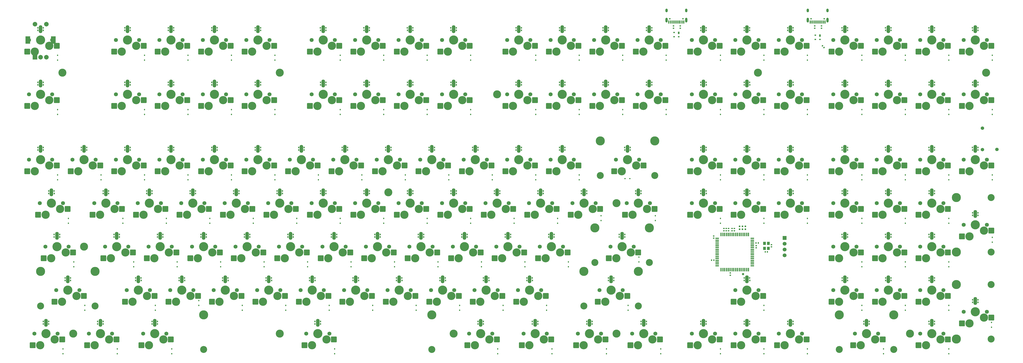
<source format=gbr>
%TF.GenerationSoftware,KiCad,Pcbnew,7.0.5*%
%TF.CreationDate,2023-06-20T21:05:11-04:00*%
%TF.ProjectId,100p-keebored,31303070-2d6b-4656-9562-6f7265642e6b,rev?*%
%TF.SameCoordinates,Original*%
%TF.FileFunction,Soldermask,Bot*%
%TF.FilePolarity,Negative*%
%FSLAX46Y46*%
G04 Gerber Fmt 4.6, Leading zero omitted, Abs format (unit mm)*
G04 Created by KiCad (PCBNEW 7.0.5) date 2023-06-20 21:05:11*
%MOMM*%
%LPD*%
G01*
G04 APERTURE LIST*
G04 Aperture macros list*
%AMRoundRect*
0 Rectangle with rounded corners*
0 $1 Rounding radius*
0 $2 $3 $4 $5 $6 $7 $8 $9 X,Y pos of 4 corners*
0 Add a 4 corners polygon primitive as box body*
4,1,4,$2,$3,$4,$5,$6,$7,$8,$9,$2,$3,0*
0 Add four circle primitives for the rounded corners*
1,1,$1+$1,$2,$3*
1,1,$1+$1,$4,$5*
1,1,$1+$1,$6,$7*
1,1,$1+$1,$8,$9*
0 Add four rect primitives between the rounded corners*
20,1,$1+$1,$2,$3,$4,$5,0*
20,1,$1+$1,$4,$5,$6,$7,0*
20,1,$1+$1,$6,$7,$8,$9,0*
20,1,$1+$1,$8,$9,$2,$3,0*%
G04 Aperture macros list end*
%ADD10RoundRect,0.250000X1.025000X1.000000X-1.025000X1.000000X-1.025000X-1.000000X1.025000X-1.000000X0*%
%ADD11C,1.750000*%
%ADD12C,4.000000*%
%ADD13C,3.600000*%
%ADD14C,3.500000*%
%ADD15R,2.000000X2.000000*%
%ADD16C,2.000000*%
%ADD17R,2.000000X3.200000*%
%ADD18C,1.500000*%
%ADD19C,3.048000*%
%ADD20C,3.987800*%
%ADD21R,1.700000X1.700000*%
%ADD22C,1.700000*%
%ADD23RoundRect,0.112500X0.112500X-0.187500X0.112500X0.187500X-0.112500X0.187500X-0.112500X-0.187500X0*%
%ADD24O,1.500000X3.500000*%
%ADD25RoundRect,0.118750X0.118750X0.231250X-0.118750X0.231250X-0.118750X-0.231250X0.118750X-0.231250X0*%
%ADD26RoundRect,0.125000X0.125000X0.225000X-0.125000X0.225000X-0.125000X-0.225000X0.125000X-0.225000X0*%
%ADD27RoundRect,0.118750X-0.118750X-0.231250X0.118750X-0.231250X0.118750X0.231250X-0.118750X0.231250X0*%
%ADD28RoundRect,0.125000X-0.125000X-0.225000X0.125000X-0.225000X0.125000X0.225000X-0.125000X0.225000X0*%
%ADD29RoundRect,0.135000X-0.185000X0.135000X-0.185000X-0.135000X0.185000X-0.135000X0.185000X0.135000X0*%
%ADD30RoundRect,0.135000X0.185000X-0.135000X0.185000X0.135000X-0.185000X0.135000X-0.185000X-0.135000X0*%
%ADD31RoundRect,0.140000X0.170000X-0.140000X0.170000X0.140000X-0.170000X0.140000X-0.170000X-0.140000X0*%
%ADD32RoundRect,0.140000X-0.170000X0.140000X-0.170000X-0.140000X0.170000X-0.140000X0.170000X0.140000X0*%
%ADD33R,0.700000X1.000000*%
%ADD34R,0.700000X0.600000*%
%ADD35C,0.787400*%
%ADD36RoundRect,0.140000X0.140000X0.170000X-0.140000X0.170000X-0.140000X-0.170000X0.140000X-0.170000X0*%
%ADD37C,0.650000*%
%ADD38R,0.600000X1.450000*%
%ADD39R,0.300000X1.450000*%
%ADD40O,1.000000X1.600000*%
%ADD41O,1.000000X2.100000*%
%ADD42R,0.550000X1.500000*%
%ADD43R,1.500000X0.550000*%
%ADD44C,1.000000*%
%ADD45RoundRect,0.135000X0.135000X0.185000X-0.135000X0.185000X-0.135000X-0.185000X0.135000X-0.185000X0*%
%ADD46RoundRect,0.135000X0.226274X0.035355X0.035355X0.226274X-0.226274X-0.035355X-0.035355X-0.226274X0*%
%ADD47R,1.200000X1.400000*%
%ADD48RoundRect,0.112500X-0.187500X-0.112500X0.187500X-0.112500X0.187500X0.112500X-0.187500X0.112500X0*%
G04 APERTURE END LIST*
D10*
%TO.C,SW10*%
X262736000Y-79044800D03*
D11*
X260731000Y-76504800D03*
D12*
X255651000Y-76504800D03*
D11*
X250571000Y-76504800D03*
D10*
X249809000Y-81584800D03*
D13*
X259461000Y-79044800D03*
X253111000Y-81584800D03*
%TD*%
D10*
%TO.C,SW127*%
X410373500Y-207632300D03*
D11*
X408368500Y-205092300D03*
D12*
X403288500Y-205092300D03*
D11*
X398208500Y-205092300D03*
D10*
X397446500Y-210172300D03*
D13*
X407098500Y-207632300D03*
X400748500Y-210172300D03*
%TD*%
D10*
%TO.C,SW96*%
X336554750Y-169532300D03*
D11*
X334549750Y-166992300D03*
D12*
X329469750Y-166992300D03*
D11*
X324389750Y-166992300D03*
D10*
X323627750Y-172072300D03*
D13*
X333279750Y-169532300D03*
X326929750Y-172072300D03*
%TD*%
D14*
%TO.C,*%
X327088528Y-147942304D03*
%TD*%
D10*
%TO.C,SW78*%
X391323500Y-150482300D03*
D11*
X389318500Y-147942300D03*
D12*
X384238500Y-147942300D03*
D11*
X379158500Y-147942300D03*
D10*
X378396500Y-153022300D03*
D13*
X388048500Y-150482300D03*
X381698500Y-153022300D03*
%TD*%
D10*
%TO.C,SW115*%
X472286000Y-188582300D03*
D11*
X470281000Y-186042300D03*
D12*
X465201000Y-186042300D03*
D11*
X460121000Y-186042300D03*
D10*
X459359000Y-191122300D03*
D13*
X469011000Y-188582300D03*
X462661000Y-191122300D03*
%TD*%
D10*
%TO.C,SW73*%
X281786000Y-150482300D03*
D11*
X279781000Y-147942300D03*
D12*
X274701000Y-147942300D03*
D11*
X269621000Y-147942300D03*
D10*
X268859000Y-153022300D03*
D13*
X278511000Y-150482300D03*
X272161000Y-153022300D03*
%TD*%
D10*
%TO.C,SW50*%
X234161000Y-131432300D03*
D11*
X232156000Y-128892300D03*
D12*
X227076000Y-128892300D03*
D11*
X221996000Y-128892300D03*
D10*
X221234000Y-133972300D03*
D13*
X230886000Y-131432300D03*
X224536000Y-133972300D03*
%TD*%
D15*
%TO.C,SW130*%
X72176000Y-84004800D03*
D16*
X77176000Y-84004800D03*
X74676000Y-84004800D03*
D17*
X69076000Y-76504800D03*
X80276000Y-76504800D03*
D16*
X77176000Y-69504800D03*
X72176000Y-69504800D03*
%TD*%
D10*
%TO.C,SW69*%
X205586000Y-150482300D03*
D11*
X203581000Y-147942300D03*
D12*
X198501000Y-147942300D03*
D11*
X193421000Y-147942300D03*
D10*
X192659000Y-153022300D03*
D13*
X202311000Y-150482300D03*
X195961000Y-153022300D03*
%TD*%
D10*
%TO.C,SW19*%
X453236000Y-79044800D03*
D11*
X451231000Y-76504800D03*
D12*
X446151000Y-76504800D03*
D11*
X441071000Y-76504800D03*
D10*
X440309000Y-81584800D03*
D13*
X449961000Y-79044800D03*
X443611000Y-81584800D03*
%TD*%
D10*
%TO.C,SW125*%
X372273500Y-207632300D03*
D11*
X370268500Y-205092300D03*
D12*
X365188500Y-205092300D03*
D11*
X360108500Y-205092300D03*
D10*
X359346500Y-210172300D03*
D13*
X368998500Y-207632300D03*
X362648500Y-210172300D03*
%TD*%
D10*
%TO.C,SW76*%
X343698500Y-150482300D03*
D11*
X341693500Y-147942300D03*
D12*
X336613500Y-147942300D03*
D11*
X331533500Y-147942300D03*
D10*
X330771500Y-153022300D03*
D13*
X340423500Y-150482300D03*
X334073500Y-153022300D03*
%TD*%
D10*
%TO.C,SW4*%
X138911000Y-79044800D03*
D11*
X136906000Y-76504800D03*
D12*
X131826000Y-76504800D03*
D11*
X126746000Y-76504800D03*
D10*
X125984000Y-81584800D03*
D13*
X135636000Y-79044800D03*
X129286000Y-81584800D03*
%TD*%
D14*
%TO.C,*%
X489013392Y-90792352D03*
%TD*%
D10*
%TO.C,SW51*%
X253211000Y-131432300D03*
D11*
X251206000Y-128892300D03*
D12*
X246126000Y-128892300D03*
D11*
X241046000Y-128892300D03*
D10*
X240284000Y-133972300D03*
D13*
X249936000Y-131432300D03*
X243586000Y-133972300D03*
%TD*%
D10*
%TO.C,SW12*%
X310361000Y-79044800D03*
D11*
X308356000Y-76504800D03*
D12*
X303276000Y-76504800D03*
D11*
X298196000Y-76504800D03*
D10*
X297434000Y-81584800D03*
D13*
X307086000Y-79044800D03*
X300736000Y-81584800D03*
%TD*%
D10*
%TO.C,SW71*%
X243686000Y-150482300D03*
D11*
X241681000Y-147942300D03*
D12*
X236601000Y-147942300D03*
D11*
X231521000Y-147942300D03*
D10*
X230759000Y-153022300D03*
D13*
X240411000Y-150482300D03*
X234061000Y-153022300D03*
%TD*%
D10*
%TO.C,SW126*%
X391323500Y-207632300D03*
D11*
X389318500Y-205092300D03*
D12*
X384238500Y-205092300D03*
D11*
X379158500Y-205092300D03*
D10*
X378396500Y-210172300D03*
D13*
X388048500Y-207632300D03*
X381698500Y-210172300D03*
%TD*%
D10*
%TO.C,SW119*%
X131767250Y-207632300D03*
D11*
X129762250Y-205092300D03*
D12*
X124682250Y-205092300D03*
D11*
X119602250Y-205092300D03*
D10*
X118840250Y-210172300D03*
D13*
X128492250Y-207632300D03*
X122142250Y-210172300D03*
%TD*%
D10*
%TO.C,SW107*%
X238923500Y-188582300D03*
D11*
X236918500Y-186042300D03*
D12*
X231838500Y-186042300D03*
D11*
X226758500Y-186042300D03*
D10*
X225996500Y-191122300D03*
D13*
X235648500Y-188582300D03*
X229298500Y-191122300D03*
%TD*%
D10*
%TO.C,SW27*%
X205586000Y-102857300D03*
D11*
X203581000Y-100317300D03*
D12*
X198501000Y-100317300D03*
D11*
X193421000Y-100317300D03*
D10*
X192659000Y-105397300D03*
D13*
X202311000Y-102857300D03*
X195961000Y-105397300D03*
%TD*%
D10*
%TO.C,SW48*%
X196061000Y-131432300D03*
D11*
X194056000Y-128892300D03*
D12*
X188976000Y-128892300D03*
D11*
X183896000Y-128892300D03*
D10*
X183134000Y-133972300D03*
D13*
X192786000Y-131432300D03*
X186436000Y-133972300D03*
%TD*%
D10*
%TO.C,SW81*%
X453236000Y-150482300D03*
D11*
X451231000Y-147942300D03*
D12*
X446151000Y-147942300D03*
D11*
X441071000Y-147942300D03*
D10*
X440309000Y-153022300D03*
D13*
X449961000Y-150482300D03*
X443611000Y-153022300D03*
%TD*%
D10*
%TO.C,SW24*%
X138911000Y-102857300D03*
D11*
X136906000Y-100317300D03*
D12*
X131826000Y-100317300D03*
D11*
X126746000Y-100317300D03*
D10*
X125984000Y-105397300D03*
D13*
X135636000Y-102857300D03*
X129286000Y-105397300D03*
%TD*%
D10*
%TO.C,SW62*%
X491336000Y-131432300D03*
D11*
X489331000Y-128892300D03*
D12*
X484251000Y-128892300D03*
D11*
X479171000Y-128892300D03*
D10*
X478409000Y-133972300D03*
D13*
X488061000Y-131432300D03*
X481711000Y-133972300D03*
%TD*%
D10*
%TO.C,SW23*%
X119861000Y-102857300D03*
D11*
X117856000Y-100317300D03*
D12*
X112776000Y-100317300D03*
D11*
X107696000Y-100317300D03*
D10*
X106934000Y-105397300D03*
D13*
X116586000Y-102857300D03*
X110236000Y-105397300D03*
%TD*%
D10*
%TO.C,SW88*%
X172248500Y-169532300D03*
D11*
X170243500Y-166992300D03*
D12*
X165163500Y-166992300D03*
D11*
X160083500Y-166992300D03*
D10*
X159321500Y-172072300D03*
D13*
X168973500Y-169532300D03*
X162623500Y-172072300D03*
%TD*%
D10*
%TO.C,SW105*%
X200823500Y-188582300D03*
D11*
X198818500Y-186042300D03*
D12*
X193738500Y-186042300D03*
D11*
X188658500Y-186042300D03*
D10*
X187896500Y-191122300D03*
D13*
X197548500Y-188582300D03*
X191198500Y-191122300D03*
%TD*%
D18*
%TO.C,*%
X493776000Y-124409200D03*
%TD*%
D10*
%TO.C,SW8*%
X224636000Y-79044800D03*
D11*
X222631000Y-76504800D03*
D12*
X217551000Y-76504800D03*
D11*
X212471000Y-76504800D03*
D10*
X211709000Y-81584800D03*
D13*
X221361000Y-79044800D03*
X215011000Y-81584800D03*
%TD*%
D10*
%TO.C,SW117*%
X84142250Y-207632300D03*
D11*
X82137250Y-205092300D03*
D12*
X77057250Y-205092300D03*
D11*
X71977250Y-205092300D03*
D10*
X71215250Y-210172300D03*
D13*
X80867250Y-207632300D03*
X74517250Y-210172300D03*
%TD*%
D10*
%TO.C,SW79*%
X410373500Y-150482300D03*
D11*
X408368500Y-147942300D03*
D12*
X403288500Y-147942300D03*
D11*
X398208500Y-147942300D03*
D10*
X397446500Y-153022300D03*
D13*
X407098500Y-150482300D03*
X400748500Y-153022300D03*
%TD*%
D14*
%TO.C,*%
X179451152Y-205092256D03*
%TD*%
D10*
%TO.C,SW66*%
X148436000Y-150482300D03*
D11*
X146431000Y-147942300D03*
D12*
X141351000Y-147942300D03*
D11*
X136271000Y-147942300D03*
D10*
X135509000Y-153022300D03*
D13*
X145161000Y-150482300D03*
X138811000Y-153022300D03*
%TD*%
D10*
%TO.C,SW30*%
X262736000Y-102857300D03*
D11*
X260731000Y-100317300D03*
D12*
X255651000Y-100317300D03*
D11*
X250571000Y-100317300D03*
D10*
X249809000Y-105397300D03*
D13*
X259461000Y-102857300D03*
X253111000Y-105397300D03*
%TD*%
D10*
%TO.C,SW87*%
X153198500Y-169532300D03*
D11*
X151193500Y-166992300D03*
D12*
X146113500Y-166992300D03*
D11*
X141033500Y-166992300D03*
D10*
X140271500Y-172072300D03*
D13*
X149923500Y-169532300D03*
X143573500Y-172072300D03*
%TD*%
D14*
%TO.C,*%
X84201232Y-90792352D03*
%TD*%
D10*
%TO.C,SW68*%
X186536000Y-150482300D03*
D11*
X184531000Y-147942300D03*
D12*
X179451000Y-147942300D03*
D11*
X174371000Y-147942300D03*
D10*
X173609000Y-153022300D03*
D13*
X183261000Y-150482300D03*
X176911000Y-153022300D03*
%TD*%
D10*
%TO.C,SW15*%
X372273500Y-79044800D03*
D11*
X370268500Y-76504800D03*
D12*
X365188500Y-76504800D03*
D11*
X360108500Y-76504800D03*
D10*
X359346500Y-81584800D03*
D13*
X368998500Y-79044800D03*
X362648500Y-81584800D03*
%TD*%
D10*
%TO.C,SW25*%
X157961000Y-102857300D03*
D11*
X155956000Y-100317300D03*
D12*
X150876000Y-100317300D03*
D11*
X145796000Y-100317300D03*
D10*
X145034000Y-105397300D03*
D13*
X154686000Y-102857300D03*
X148336000Y-105397300D03*
%TD*%
D10*
%TO.C,SW89*%
X191298500Y-169532300D03*
D11*
X189293500Y-166992300D03*
D12*
X184213500Y-166992300D03*
D11*
X179133500Y-166992300D03*
D10*
X178371500Y-172072300D03*
D13*
X188023500Y-169532300D03*
X181673500Y-172072300D03*
%TD*%
D10*
%TO.C,SW39*%
X453236000Y-102857300D03*
D11*
X451231000Y-100317300D03*
D12*
X446151000Y-100317300D03*
D11*
X441071000Y-100317300D03*
D10*
X440309000Y-105397300D03*
D13*
X449961000Y-102857300D03*
X443611000Y-105397300D03*
%TD*%
D10*
%TO.C,SW102*%
X143673500Y-188582300D03*
D11*
X141668500Y-186042300D03*
D12*
X136588500Y-186042300D03*
D11*
X131508500Y-186042300D03*
D10*
X130746500Y-191122300D03*
D13*
X140398500Y-188582300D03*
X134048500Y-191122300D03*
%TD*%
D10*
%TO.C,SW70*%
X224636000Y-150482300D03*
D11*
X222631000Y-147942300D03*
D12*
X217551000Y-147942300D03*
D11*
X212471000Y-147942300D03*
D10*
X211709000Y-153022300D03*
D13*
X221361000Y-150482300D03*
X215011000Y-153022300D03*
%TD*%
D14*
%TO.C,*%
X274701072Y-100317344D03*
%TD*%
D10*
%TO.C,SW77*%
X372273500Y-150482300D03*
D11*
X370268500Y-147942300D03*
D12*
X365188500Y-147942300D03*
D11*
X360108500Y-147942300D03*
D10*
X359346500Y-153022300D03*
D13*
X368998500Y-150482300D03*
X362648500Y-153022300D03*
%TD*%
D10*
%TO.C,SW59*%
X434186000Y-131432300D03*
D11*
X432181000Y-128892300D03*
D12*
X427101000Y-128892300D03*
D11*
X422021000Y-128892300D03*
D10*
X421259000Y-133972300D03*
D13*
X430911000Y-131432300D03*
X424561000Y-133972300D03*
%TD*%
D19*
%TO.C,REF\u002A\u002A*%
X491236000Y-183629300D03*
D20*
X476026000Y-183629300D03*
D19*
X491236000Y-207505300D03*
D20*
X476026000Y-207505300D03*
%TD*%
D10*
%TO.C,SW114*%
X453236000Y-188582300D03*
D11*
X451231000Y-186042300D03*
D12*
X446151000Y-186042300D03*
D11*
X441071000Y-186042300D03*
D10*
X440309000Y-191122300D03*
D13*
X449961000Y-188582300D03*
X443611000Y-191122300D03*
%TD*%
D10*
%TO.C,SW11*%
X291311000Y-79044800D03*
D11*
X289306000Y-76504800D03*
D12*
X284226000Y-76504800D03*
D11*
X279146000Y-76504800D03*
D10*
X278384000Y-81584800D03*
D13*
X288036000Y-79044800D03*
X281686000Y-81584800D03*
%TD*%
D10*
%TO.C,SW22*%
X81761000Y-102857300D03*
D11*
X79756000Y-100317300D03*
D12*
X74676000Y-100317300D03*
D11*
X69596000Y-100317300D03*
D10*
X68834000Y-105397300D03*
D13*
X78486000Y-102857300D03*
X72136000Y-105397300D03*
%TD*%
D10*
%TO.C,SW61*%
X472286000Y-131432300D03*
D11*
X470281000Y-128892300D03*
D12*
X465201000Y-128892300D03*
D11*
X460121000Y-128892300D03*
D10*
X459359000Y-133972300D03*
D13*
X469011000Y-131432300D03*
X462661000Y-133972300D03*
%TD*%
D10*
%TO.C,SW6*%
X177011000Y-79044800D03*
D11*
X175006000Y-76504800D03*
D12*
X169926000Y-76504800D03*
D11*
X164846000Y-76504800D03*
D10*
X164084000Y-81584800D03*
D13*
X173736000Y-79044800D03*
X167386000Y-81584800D03*
%TD*%
D10*
%TO.C,SW97*%
X434186000Y-169532300D03*
D11*
X432181000Y-166992300D03*
D12*
X427101000Y-166992300D03*
D11*
X422021000Y-166992300D03*
D10*
X421259000Y-172072300D03*
D13*
X430911000Y-169532300D03*
X424561000Y-172072300D03*
%TD*%
D10*
%TO.C,SW21*%
X491336000Y-79044800D03*
D11*
X489331000Y-76504800D03*
D12*
X484251000Y-76504800D03*
D11*
X479171000Y-76504800D03*
D10*
X478409000Y-81584800D03*
D13*
X488061000Y-79044800D03*
X481711000Y-81584800D03*
%TD*%
D10*
%TO.C,SW29*%
X243686000Y-102857300D03*
D11*
X241681000Y-100317300D03*
D12*
X236601000Y-100317300D03*
D11*
X231521000Y-100317300D03*
D10*
X230759000Y-105397300D03*
D13*
X240411000Y-102857300D03*
X234061000Y-105397300D03*
%TD*%
D10*
%TO.C,SW63*%
X86523500Y-150482300D03*
D11*
X84518500Y-147942300D03*
D12*
X79438500Y-147942300D03*
D11*
X74358500Y-147942300D03*
D10*
X73596500Y-153022300D03*
D13*
X83248500Y-150482300D03*
X76898500Y-153022300D03*
%TD*%
D10*
%TO.C,SW124*%
X346079750Y-207632300D03*
D11*
X344074750Y-205092300D03*
D12*
X338994750Y-205092300D03*
D11*
X333914750Y-205092300D03*
D10*
X333152750Y-210172300D03*
D13*
X342804750Y-207632300D03*
X336454750Y-210172300D03*
%TD*%
D10*
%TO.C,SW17*%
X410373500Y-79044800D03*
D11*
X408368500Y-76504800D03*
D12*
X403288500Y-76504800D03*
D11*
X398208500Y-76504800D03*
D10*
X397446500Y-81584800D03*
D13*
X407098500Y-79044800D03*
X400748500Y-81584800D03*
%TD*%
D10*
%TO.C,SW49*%
X215111000Y-131432300D03*
D11*
X213106000Y-128892300D03*
D12*
X208026000Y-128892300D03*
D11*
X202946000Y-128892300D03*
D10*
X202184000Y-133972300D03*
D13*
X211836000Y-131432300D03*
X205486000Y-133972300D03*
%TD*%
D14*
%TO.C,*%
X327088528Y-205092256D03*
%TD*%
D10*
%TO.C,SW122*%
X298454750Y-207632300D03*
D11*
X296449750Y-205092300D03*
D12*
X291369750Y-205092300D03*
D11*
X286289750Y-205092300D03*
D10*
X285527750Y-210172300D03*
D13*
X295179750Y-207632300D03*
X288829750Y-210172300D03*
%TD*%
D10*
%TO.C,SW16*%
X391323500Y-79044800D03*
D11*
X389318500Y-76504800D03*
D12*
X384238500Y-76504800D03*
D11*
X379158500Y-76504800D03*
D10*
X378396500Y-81584800D03*
D13*
X388048500Y-79044800D03*
X381698500Y-81584800D03*
%TD*%
D10*
%TO.C,SW120*%
X203204750Y-207632300D03*
D11*
X201199750Y-205092300D03*
D12*
X196119750Y-205092300D03*
D11*
X191039750Y-205092300D03*
D10*
X190277750Y-210172300D03*
D13*
X199929750Y-207632300D03*
X193579750Y-210172300D03*
%TD*%
D19*
%TO.C,REF\u002A\u002A*%
X491236000Y-145529300D03*
D20*
X476026000Y-145529300D03*
D19*
X491236000Y-169405300D03*
D20*
X476026000Y-169405300D03*
%TD*%
D10*
%TO.C,SW26*%
X177011000Y-102857300D03*
D11*
X175006000Y-100317300D03*
D12*
X169926000Y-100317300D03*
D11*
X164846000Y-100317300D03*
D10*
X164084000Y-105397300D03*
D13*
X173736000Y-102857300D03*
X167386000Y-105397300D03*
%TD*%
D19*
%TO.C,REF\u002A\u002A*%
X246119600Y-212077156D03*
D20*
X246119600Y-196867156D03*
D19*
X146119600Y-212077156D03*
D20*
X146119600Y-196867156D03*
%TD*%
D10*
%TO.C,SW82*%
X472286000Y-150482300D03*
D11*
X470281000Y-147942300D03*
D12*
X465201000Y-147942300D03*
D11*
X460121000Y-147942300D03*
D10*
X459359000Y-153022300D03*
D13*
X469011000Y-150482300D03*
X462661000Y-153022300D03*
%TD*%
D10*
%TO.C,SW58*%
X410373500Y-131432300D03*
D11*
X408368500Y-128892300D03*
D12*
X403288500Y-128892300D03*
D11*
X398208500Y-128892300D03*
D10*
X397446500Y-133972300D03*
D13*
X407098500Y-131432300D03*
X400748500Y-133972300D03*
%TD*%
D10*
%TO.C,SW86*%
X134148500Y-169532300D03*
D11*
X132143500Y-166992300D03*
D12*
X127063500Y-166992300D03*
D11*
X121983500Y-166992300D03*
D10*
X121221500Y-172072300D03*
D13*
X130873500Y-169532300D03*
X124523500Y-172072300D03*
%TD*%
D10*
%TO.C,SW84*%
X88904750Y-169532300D03*
D11*
X86899750Y-166992300D03*
D12*
X81819750Y-166992300D03*
D11*
X76739750Y-166992300D03*
D10*
X75977750Y-172072300D03*
D13*
X85629750Y-169532300D03*
X79279750Y-172072300D03*
%TD*%
D10*
%TO.C,SW37*%
X410373500Y-102857300D03*
D11*
X408368500Y-100317300D03*
D12*
X403288500Y-100317300D03*
D11*
X398208500Y-100317300D03*
D10*
X397446500Y-105397300D03*
D13*
X407098500Y-102857300D03*
X400748500Y-105397300D03*
%TD*%
D10*
%TO.C,SW90*%
X210348500Y-169532300D03*
D11*
X208343500Y-166992300D03*
D12*
X203263500Y-166992300D03*
D11*
X198183500Y-166992300D03*
D10*
X197421500Y-172072300D03*
D13*
X207073500Y-169532300D03*
X200723500Y-172072300D03*
%TD*%
D10*
%TO.C,SW9*%
X243686000Y-79044800D03*
D11*
X241681000Y-76504800D03*
D12*
X236601000Y-76504800D03*
D11*
X231521000Y-76504800D03*
D10*
X230759000Y-81584800D03*
D13*
X240411000Y-79044800D03*
X234061000Y-81584800D03*
%TD*%
D10*
%TO.C,SW18*%
X434186000Y-79044800D03*
D11*
X432181000Y-76504800D03*
D12*
X427101000Y-76504800D03*
D11*
X422021000Y-76504800D03*
D10*
X421259000Y-81584800D03*
D13*
X430911000Y-79044800D03*
X424561000Y-81584800D03*
%TD*%
D10*
%TO.C,SW35*%
X372273500Y-102857300D03*
D11*
X370268500Y-100317300D03*
D12*
X365188500Y-100317300D03*
D11*
X360108500Y-100317300D03*
D10*
X359346500Y-105397300D03*
D13*
X368998500Y-102857300D03*
X362648500Y-105397300D03*
%TD*%
D19*
%TO.C,REF\u002A\u002A*%
X343789000Y-135877300D03*
D20*
X343789000Y-120667300D03*
D19*
X319913000Y-135877300D03*
D20*
X319913000Y-120667300D03*
%TD*%
D10*
%TO.C,SW34*%
X348461000Y-102857300D03*
D11*
X346456000Y-100317300D03*
D12*
X341376000Y-100317300D03*
D11*
X336296000Y-100317300D03*
D10*
X335534000Y-105397300D03*
D13*
X345186000Y-102857300D03*
X338836000Y-105397300D03*
%TD*%
D10*
%TO.C,SW121*%
X274642250Y-207632300D03*
D11*
X272637250Y-205092300D03*
D12*
X267557250Y-205092300D03*
D11*
X262477250Y-205092300D03*
D10*
X261715250Y-210172300D03*
D13*
X271367250Y-207632300D03*
X265017250Y-210172300D03*
%TD*%
D10*
%TO.C,SW46*%
X157961000Y-131432300D03*
D11*
X155956000Y-128892300D03*
D12*
X150876000Y-128892300D03*
D11*
X145796000Y-128892300D03*
D10*
X145034000Y-133972300D03*
D13*
X154686000Y-131432300D03*
X148336000Y-133972300D03*
%TD*%
D18*
%TO.C,*%
X487426000Y-115112800D03*
%TD*%
D10*
%TO.C,SW74*%
X300836000Y-150482300D03*
D11*
X298831000Y-147942300D03*
D12*
X293751000Y-147942300D03*
D11*
X288671000Y-147942300D03*
D10*
X287909000Y-153022300D03*
D13*
X297561000Y-150482300D03*
X291211000Y-153022300D03*
%TD*%
D19*
%TO.C,REF\u002A\u002A*%
X341407750Y-173977300D03*
D20*
X341407750Y-158767300D03*
D19*
X317531750Y-173977300D03*
D20*
X317531750Y-158767300D03*
%TD*%
D19*
%TO.C,REF\u002A\u002A*%
X448564000Y-212077300D03*
D20*
X448564000Y-196867300D03*
D19*
X424688000Y-212077300D03*
D20*
X424688000Y-196867300D03*
%TD*%
D10*
%TO.C,SW47*%
X177011000Y-131432300D03*
D11*
X175006000Y-128892300D03*
D12*
X169926000Y-128892300D03*
D11*
X164846000Y-128892300D03*
D10*
X164084000Y-133972300D03*
D13*
X173736000Y-131432300D03*
X167386000Y-133972300D03*
%TD*%
D10*
%TO.C,SW80*%
X434186000Y-150482300D03*
D11*
X432181000Y-147942300D03*
D12*
X427101000Y-147942300D03*
D11*
X422021000Y-147942300D03*
D10*
X421259000Y-153022300D03*
D13*
X430911000Y-150482300D03*
X424561000Y-153022300D03*
%TD*%
D10*
%TO.C,SW32*%
X310361000Y-102857300D03*
D11*
X308356000Y-100317300D03*
D12*
X303276000Y-100317300D03*
D11*
X298196000Y-100317300D03*
D10*
X297434000Y-105397300D03*
D13*
X307086000Y-102857300D03*
X300736000Y-105397300D03*
%TD*%
D10*
%TO.C,SW110*%
X296073500Y-188582300D03*
D11*
X294068500Y-186042300D03*
D12*
X288988500Y-186042300D03*
D11*
X283908500Y-186042300D03*
D10*
X283146500Y-191122300D03*
D13*
X292798500Y-188582300D03*
X286448500Y-191122300D03*
%TD*%
D14*
%TO.C,*%
X88963728Y-205092256D03*
%TD*%
D10*
%TO.C,SW129*%
X472286000Y-207632300D03*
D11*
X470281000Y-205092300D03*
D12*
X465201000Y-205092300D03*
D11*
X460121000Y-205092300D03*
D10*
X459359000Y-210172300D03*
D13*
X469011000Y-207632300D03*
X462661000Y-210172300D03*
%TD*%
D10*
%TO.C,SW123*%
X322267250Y-207632300D03*
D11*
X320262250Y-205092300D03*
D12*
X315182250Y-205092300D03*
D11*
X310102250Y-205092300D03*
D10*
X309340250Y-210172300D03*
D13*
X318992250Y-207632300D03*
X312642250Y-210172300D03*
%TD*%
D10*
%TO.C,SW98*%
X453236000Y-169532300D03*
D11*
X451231000Y-166992300D03*
D12*
X446151000Y-166992300D03*
D11*
X441071000Y-166992300D03*
D10*
X440309000Y-172072300D03*
D13*
X449961000Y-169532300D03*
X443611000Y-172072300D03*
%TD*%
D19*
%TO.C,REF\u002A\u002A*%
X98520192Y-193027172D03*
D20*
X98520192Y-177817172D03*
D19*
X74644192Y-193027172D03*
D20*
X74644192Y-177817172D03*
%TD*%
D19*
%TO.C,REF\u002A\u002A*%
X336645250Y-193027300D03*
D20*
X336645250Y-177817300D03*
D19*
X312769250Y-193027300D03*
D20*
X312769250Y-177817300D03*
%TD*%
D10*
%TO.C,SW95*%
X305598500Y-169532300D03*
D11*
X303593500Y-166992300D03*
D12*
X298513500Y-166992300D03*
D11*
X293433500Y-166992300D03*
D10*
X292671500Y-172072300D03*
D13*
X302323500Y-169532300D03*
X295973500Y-172072300D03*
%TD*%
D10*
%TO.C,SW14*%
X348461000Y-79044800D03*
D11*
X346456000Y-76504800D03*
D12*
X341376000Y-76504800D03*
D11*
X336296000Y-76504800D03*
D10*
X335534000Y-81584800D03*
D13*
X345186000Y-79044800D03*
X338836000Y-81584800D03*
%TD*%
D10*
%TO.C,SW57*%
X391323500Y-131432300D03*
D11*
X389318500Y-128892300D03*
D12*
X384238500Y-128892300D03*
D11*
X379158500Y-128892300D03*
D10*
X378396500Y-133972300D03*
D13*
X388048500Y-131432300D03*
X381698500Y-133972300D03*
%TD*%
D10*
%TO.C,SW104*%
X181773500Y-188582300D03*
D11*
X179768500Y-186042300D03*
D12*
X174688500Y-186042300D03*
D11*
X169608500Y-186042300D03*
D10*
X168846500Y-191122300D03*
D13*
X178498500Y-188582300D03*
X172148500Y-191122300D03*
%TD*%
D14*
%TO.C,*%
X455675920Y-205092256D03*
%TD*%
D10*
%TO.C,SW13*%
X329411000Y-79044800D03*
D11*
X327406000Y-76504800D03*
D12*
X322326000Y-76504800D03*
D11*
X317246000Y-76504800D03*
D10*
X316484000Y-81584800D03*
D13*
X326136000Y-79044800D03*
X319786000Y-81584800D03*
%TD*%
D10*
%TO.C,SW112*%
X391323480Y-188582272D03*
D11*
X389318480Y-186042272D03*
D12*
X384238480Y-186042272D03*
D11*
X379158480Y-186042272D03*
D10*
X378396480Y-191122272D03*
D13*
X388048480Y-188582272D03*
X381698480Y-191122272D03*
%TD*%
D10*
%TO.C,SW100*%
X93667250Y-188582300D03*
D11*
X91662250Y-186042300D03*
D12*
X86582250Y-186042300D03*
D11*
X81502250Y-186042300D03*
D10*
X80740250Y-191122300D03*
D13*
X90392250Y-188582300D03*
X84042250Y-191122300D03*
%TD*%
D14*
%TO.C,*%
X93726224Y-166992288D03*
%TD*%
D10*
%TO.C,SW99*%
X472286000Y-169532300D03*
D11*
X470281000Y-166992300D03*
D12*
X465201000Y-166992300D03*
D11*
X460121000Y-166992300D03*
D10*
X459359000Y-172072300D03*
D13*
X469011000Y-169532300D03*
X462661000Y-172072300D03*
%TD*%
D10*
%TO.C,SW45*%
X138911000Y-131432300D03*
D11*
X136906000Y-128892300D03*
D12*
X131826000Y-128892300D03*
D11*
X126746000Y-128892300D03*
D10*
X125984000Y-133972300D03*
D13*
X135636000Y-131432300D03*
X129286000Y-133972300D03*
%TD*%
D10*
%TO.C,SW5*%
X157961000Y-79044800D03*
D11*
X155956000Y-76504800D03*
D12*
X150876000Y-76504800D03*
D11*
X145796000Y-76504800D03*
D10*
X145034000Y-81584800D03*
D13*
X154686000Y-79044800D03*
X148336000Y-81584800D03*
%TD*%
D10*
%TO.C,SW94*%
X286548500Y-169532300D03*
D11*
X284543500Y-166992300D03*
D12*
X279463500Y-166992300D03*
D11*
X274383500Y-166992300D03*
D10*
X273621500Y-172072300D03*
D13*
X283273500Y-169532300D03*
X276923500Y-172072300D03*
%TD*%
D10*
%TO.C,SW101*%
X124623500Y-188582300D03*
D11*
X122618500Y-186042300D03*
D12*
X117538500Y-186042300D03*
D11*
X112458500Y-186042300D03*
D10*
X111696500Y-191122300D03*
D13*
X121348500Y-188582300D03*
X114998500Y-191122300D03*
%TD*%
D14*
%TO.C,*%
X227076112Y-143179808D03*
%TD*%
D10*
%TO.C,SW56*%
X372273500Y-131432300D03*
D11*
X370268500Y-128892300D03*
D12*
X365188500Y-128892300D03*
D11*
X360108500Y-128892300D03*
D10*
X359346500Y-133972300D03*
D13*
X368998500Y-131432300D03*
X362648500Y-133972300D03*
%TD*%
D10*
%TO.C,SW28*%
X224636000Y-102857300D03*
D11*
X222631000Y-100317300D03*
D12*
X217551000Y-100317300D03*
D11*
X212471000Y-100317300D03*
D10*
X211709000Y-105397300D03*
D13*
X221361000Y-102857300D03*
X215011000Y-105397300D03*
%TD*%
D10*
%TO.C,SW43*%
X100811000Y-131432300D03*
D11*
X98806000Y-128892300D03*
D12*
X93726000Y-128892300D03*
D11*
X88646000Y-128892300D03*
D10*
X87884000Y-133972300D03*
D13*
X97536000Y-131432300D03*
X91186000Y-133972300D03*
%TD*%
D10*
%TO.C,SW31*%
X291311000Y-102857300D03*
D11*
X289306000Y-100317300D03*
D12*
X284226000Y-100317300D03*
D11*
X279146000Y-100317300D03*
D10*
X278384000Y-105397300D03*
D13*
X288036000Y-102857300D03*
X281686000Y-105397300D03*
%TD*%
D10*
%TO.C,SW52*%
X272261000Y-131432300D03*
D11*
X270256000Y-128892300D03*
D12*
X265176000Y-128892300D03*
D11*
X260096000Y-128892300D03*
D10*
X259334000Y-133972300D03*
D13*
X268986000Y-131432300D03*
X262636000Y-133972300D03*
%TD*%
D10*
%TO.C,SW103*%
X162723500Y-188582300D03*
D11*
X160718500Y-186042300D03*
D12*
X155638500Y-186042300D03*
D11*
X150558500Y-186042300D03*
D10*
X149796500Y-191122300D03*
D13*
X159448500Y-188582300D03*
X153098500Y-191122300D03*
%TD*%
D10*
%TO.C,SW91*%
X229398500Y-169532300D03*
D11*
X227393500Y-166992300D03*
D12*
X222313500Y-166992300D03*
D11*
X217233500Y-166992300D03*
D10*
X216471500Y-172072300D03*
D13*
X226123500Y-169532300D03*
X219773500Y-172072300D03*
%TD*%
D10*
%TO.C,SW36*%
X391323500Y-102857300D03*
D11*
X389318500Y-100317300D03*
D12*
X384238500Y-100317300D03*
D11*
X379158500Y-100317300D03*
D10*
X378396500Y-105397300D03*
D13*
X388048500Y-102857300D03*
X381698500Y-105397300D03*
%TD*%
D10*
%TO.C,SW44*%
X119861000Y-131432300D03*
D11*
X117856000Y-128892300D03*
D12*
X112776000Y-128892300D03*
D11*
X107696000Y-128892300D03*
D10*
X106934000Y-133972300D03*
D13*
X116586000Y-131432300D03*
X110236000Y-133972300D03*
%TD*%
D10*
%TO.C,SW111*%
X331792250Y-188582300D03*
D11*
X329787250Y-186042300D03*
D12*
X324707250Y-186042300D03*
D11*
X319627250Y-186042300D03*
D10*
X318865250Y-191122300D03*
D13*
X328517250Y-188582300D03*
X322167250Y-191122300D03*
%TD*%
D10*
%TO.C,SW85*%
X115098500Y-169532300D03*
D11*
X113093500Y-166992300D03*
D12*
X108013500Y-166992300D03*
D11*
X102933500Y-166992300D03*
D10*
X102171500Y-172072300D03*
D13*
X111823500Y-169532300D03*
X105473500Y-172072300D03*
%TD*%
D14*
%TO.C,*%
X389000976Y-90792352D03*
%TD*%
D10*
%TO.C,SW54*%
X310361000Y-131432300D03*
D11*
X308356000Y-128892300D03*
D12*
X303276000Y-128892300D03*
D11*
X298196000Y-128892300D03*
D10*
X297434000Y-133972300D03*
D13*
X307086000Y-131432300D03*
X300736000Y-133972300D03*
%TD*%
D10*
%TO.C,SW41*%
X491336000Y-102857300D03*
D11*
X489331000Y-100317300D03*
D12*
X484251000Y-100317300D03*
D11*
X479171000Y-100317300D03*
D10*
X478409000Y-105397300D03*
D13*
X488061000Y-102857300D03*
X481711000Y-105397300D03*
%TD*%
D10*
%TO.C,SW93*%
X267498500Y-169532300D03*
D11*
X265493500Y-166992300D03*
D12*
X260413500Y-166992300D03*
D11*
X255333500Y-166992300D03*
D10*
X254571500Y-172072300D03*
D13*
X264223500Y-169532300D03*
X257873500Y-172072300D03*
%TD*%
D10*
%TO.C,SW118*%
X107954750Y-207632300D03*
D11*
X105949750Y-205092300D03*
D12*
X100869750Y-205092300D03*
D11*
X95789750Y-205092300D03*
D10*
X95027750Y-210172300D03*
D13*
X104679750Y-207632300D03*
X98329750Y-210172300D03*
%TD*%
D10*
%TO.C,SW75*%
X319886000Y-150482300D03*
D11*
X317881000Y-147942300D03*
D12*
X312801000Y-147942300D03*
D11*
X307721000Y-147942300D03*
D10*
X306959000Y-153022300D03*
D13*
X316611000Y-150482300D03*
X310261000Y-153022300D03*
%TD*%
D14*
%TO.C,*%
X179451152Y-90792352D03*
%TD*%
D10*
%TO.C,SW55*%
X338936000Y-131432300D03*
D11*
X336931000Y-128892300D03*
D12*
X331851000Y-128892300D03*
D11*
X326771000Y-128892300D03*
D10*
X326009000Y-133972300D03*
D13*
X335661000Y-131432300D03*
X329311000Y-133972300D03*
%TD*%
D10*
%TO.C,SW42*%
X81761000Y-131432300D03*
D11*
X79756000Y-128892300D03*
D12*
X74676000Y-128892300D03*
D11*
X69596000Y-128892300D03*
D10*
X68834000Y-133972300D03*
D13*
X78486000Y-131432300D03*
X72136000Y-133972300D03*
%TD*%
D10*
%TO.C,SW109*%
X277023500Y-188582300D03*
D11*
X275018500Y-186042300D03*
D12*
X269938500Y-186042300D03*
D11*
X264858500Y-186042300D03*
D10*
X264096500Y-191122300D03*
D13*
X273748500Y-188582300D03*
X267398500Y-191122300D03*
%TD*%
D10*
%TO.C,SW83*%
X491336000Y-160007300D03*
D11*
X489331000Y-157467300D03*
D12*
X484251000Y-157467300D03*
D11*
X479171000Y-157467300D03*
D10*
X478409000Y-162547300D03*
D13*
X488061000Y-160007300D03*
X481711000Y-162547300D03*
%TD*%
D10*
%TO.C,SW72*%
X262736000Y-150482300D03*
D11*
X260731000Y-147942300D03*
D12*
X255651000Y-147942300D03*
D11*
X250571000Y-147942300D03*
D10*
X249809000Y-153022300D03*
D13*
X259461000Y-150482300D03*
X253111000Y-153022300D03*
%TD*%
D10*
%TO.C,SW20*%
X472286000Y-79044800D03*
D11*
X470281000Y-76504800D03*
D12*
X465201000Y-76504800D03*
D11*
X460121000Y-76504800D03*
D10*
X459359000Y-81584800D03*
D13*
X469011000Y-79044800D03*
X462661000Y-81584800D03*
%TD*%
D10*
%TO.C,SW128*%
X443711000Y-207632300D03*
D11*
X441706000Y-205092300D03*
D12*
X436626000Y-205092300D03*
D11*
X431546000Y-205092300D03*
D10*
X430784000Y-210172300D03*
D13*
X440436000Y-207632300D03*
X434086000Y-210172300D03*
%TD*%
D10*
%TO.C,SW67*%
X167486000Y-150482300D03*
D11*
X165481000Y-147942300D03*
D12*
X160401000Y-147942300D03*
D11*
X155321000Y-147942300D03*
D10*
X154559000Y-153022300D03*
D13*
X164211000Y-150482300D03*
X157861000Y-153022300D03*
%TD*%
D10*
%TO.C,SW53*%
X291311000Y-131432300D03*
D11*
X289306000Y-128892300D03*
D12*
X284226000Y-128892300D03*
D11*
X279146000Y-128892300D03*
D10*
X278384000Y-133972300D03*
D13*
X288036000Y-131432300D03*
X281686000Y-133972300D03*
%TD*%
D10*
%TO.C,SW92*%
X248448500Y-169532300D03*
D11*
X246443500Y-166992300D03*
D12*
X241363500Y-166992300D03*
D11*
X236283500Y-166992300D03*
D10*
X235521500Y-172072300D03*
D13*
X245173500Y-169532300D03*
X238823500Y-172072300D03*
%TD*%
D10*
%TO.C,SW108*%
X257973500Y-188582300D03*
D11*
X255968500Y-186042300D03*
D12*
X250888500Y-186042300D03*
D11*
X245808500Y-186042300D03*
D10*
X245046500Y-191122300D03*
D13*
X254698500Y-188582300D03*
X248348500Y-191122300D03*
%TD*%
D10*
%TO.C,SW1*%
X81761000Y-79044800D03*
D11*
X79756000Y-76504800D03*
D12*
X74676000Y-76504800D03*
D11*
X69596000Y-76504800D03*
D10*
X68834000Y-81584800D03*
D13*
X78486000Y-79044800D03*
X72136000Y-81584800D03*
%TD*%
D10*
%TO.C,SW3*%
X119861000Y-79044800D03*
D11*
X117856000Y-76504800D03*
D12*
X112776000Y-76504800D03*
D11*
X107696000Y-76504800D03*
D10*
X106934000Y-81584800D03*
D13*
X116586000Y-79044800D03*
X110236000Y-81584800D03*
%TD*%
D10*
%TO.C,SW113*%
X434186000Y-188582300D03*
D11*
X432181000Y-186042300D03*
D12*
X427101000Y-186042300D03*
D11*
X422021000Y-186042300D03*
D10*
X421259000Y-191122300D03*
D13*
X430911000Y-188582300D03*
X424561000Y-191122300D03*
%TD*%
D10*
%TO.C,SW65*%
X129386000Y-150482300D03*
D11*
X127381000Y-147942300D03*
D12*
X122301000Y-147942300D03*
D11*
X117221000Y-147942300D03*
D10*
X116459000Y-153022300D03*
D13*
X126111000Y-150482300D03*
X119761000Y-153022300D03*
%TD*%
D10*
%TO.C,SW60*%
X453236000Y-131432300D03*
D11*
X451231000Y-128892300D03*
D12*
X446151000Y-128892300D03*
D11*
X441071000Y-128892300D03*
D10*
X440309000Y-133972300D03*
D13*
X449961000Y-131432300D03*
X443611000Y-133972300D03*
%TD*%
D10*
%TO.C,SW33*%
X329411000Y-102857300D03*
D11*
X327406000Y-100317300D03*
D12*
X322326000Y-100317300D03*
D11*
X317246000Y-100317300D03*
D10*
X316484000Y-105397300D03*
D13*
X326136000Y-102857300D03*
X319786000Y-105397300D03*
%TD*%
D10*
%TO.C,SW64*%
X110336000Y-150482300D03*
D11*
X108331000Y-147942300D03*
D12*
X103251000Y-147942300D03*
D11*
X98171000Y-147942300D03*
D10*
X97409000Y-153022300D03*
D13*
X107061000Y-150482300D03*
X100711000Y-153022300D03*
%TD*%
D21*
%TO.C,J4*%
X400748160Y-163182144D03*
D22*
X400748160Y-165722144D03*
X400748160Y-168262144D03*
X400748160Y-170802144D03*
%TD*%
D10*
%TO.C,SW40*%
X472286000Y-102857300D03*
D11*
X470281000Y-100317300D03*
D12*
X465201000Y-100317300D03*
D11*
X460121000Y-100317300D03*
D10*
X459359000Y-105397300D03*
D13*
X469011000Y-102857300D03*
X462661000Y-105397300D03*
%TD*%
D14*
%TO.C,*%
X255651088Y-205092256D03*
%TD*%
D10*
%TO.C,SW116*%
X491336000Y-198107300D03*
D11*
X489331000Y-195567300D03*
D12*
X484251000Y-195567300D03*
D11*
X479171000Y-195567300D03*
D10*
X478409000Y-200647300D03*
D13*
X488061000Y-198107300D03*
X481711000Y-200647300D03*
%TD*%
D10*
%TO.C,SW106*%
X219873500Y-188582300D03*
D11*
X217868500Y-186042300D03*
D12*
X212788500Y-186042300D03*
D11*
X207708500Y-186042300D03*
D10*
X206946500Y-191122300D03*
D13*
X216598500Y-188582300D03*
X210248500Y-191122300D03*
%TD*%
D10*
%TO.C,SW38*%
X434186000Y-102857300D03*
D11*
X432181000Y-100317300D03*
D12*
X427101000Y-100317300D03*
D11*
X422021000Y-100317300D03*
D10*
X421259000Y-105397300D03*
D13*
X430911000Y-102857300D03*
X424561000Y-105397300D03*
%TD*%
D10*
%TO.C,SW7*%
X205586000Y-79044800D03*
D11*
X203581000Y-76504800D03*
D12*
X198501000Y-76504800D03*
D11*
X193421000Y-76504800D03*
D10*
X192659000Y-81584800D03*
D13*
X202311000Y-79044800D03*
X195961000Y-81584800D03*
%TD*%
D23*
%TO.C,D50*%
X234517224Y-137681276D03*
X234517224Y-135581276D03*
%TD*%
%TO.C,D16*%
X391679592Y-85293820D03*
X391679592Y-83193820D03*
%TD*%
%TO.C,D91*%
X229754728Y-175781244D03*
X229754728Y-173681244D03*
%TD*%
%TO.C,D6*%
X177367272Y-85293820D03*
X177367272Y-83193820D03*
%TD*%
%TO.C,D88*%
X172604776Y-175781244D03*
X172604776Y-173681244D03*
%TD*%
D24*
%TO.C,D250*%
X227075792Y-124129680D03*
D25*
X225888292Y-124679680D03*
X228263292Y-124679680D03*
X228263292Y-123579680D03*
D26*
X225875792Y-123579680D03*
%TD*%
D24*
%TO.C,D230*%
X322325712Y-95554704D03*
D27*
X323513212Y-95004704D03*
X321138212Y-95004704D03*
X321138212Y-96104704D03*
D28*
X323525712Y-96104704D03*
%TD*%
D23*
%TO.C,D77*%
X372629608Y-156731260D03*
X372629608Y-154631260D03*
%TD*%
D24*
%TO.C,D206*%
X169925840Y-71742224D03*
D25*
X168738340Y-72292224D03*
X171113340Y-72292224D03*
X171113340Y-71192224D03*
D26*
X168725840Y-71192224D03*
%TD*%
D24*
%TO.C,D312*%
X174688336Y-181279632D03*
D27*
X175875836Y-180729632D03*
X173500836Y-180729632D03*
X173500836Y-181829632D03*
D28*
X175888336Y-181829632D03*
%TD*%
D23*
%TO.C,D33*%
X329767144Y-109106300D03*
X329767144Y-107006300D03*
%TD*%
D29*
%TO.C,R5*%
X375159419Y-159040916D03*
X375159419Y-160060916D03*
%TD*%
D24*
%TO.C,D301*%
X465200592Y-181279632D03*
D27*
X466388092Y-180729632D03*
X464013092Y-180729632D03*
X464013092Y-181829632D03*
D28*
X466400592Y-181829632D03*
%TD*%
D23*
%TO.C,D35*%
X372629608Y-109106300D03*
X372629608Y-107006300D03*
%TD*%
D24*
%TO.C,D204*%
X131825872Y-71742224D03*
D25*
X130638372Y-72292224D03*
X133013372Y-72292224D03*
X133013372Y-71192224D03*
D26*
X130625872Y-71192224D03*
%TD*%
D24*
%TO.C,D260*%
X446150608Y-124129680D03*
D25*
X444963108Y-124679680D03*
X447338108Y-124679680D03*
X447338108Y-123579680D03*
D26*
X444950608Y-123579680D03*
%TD*%
D23*
%TO.C,D129*%
X472642024Y-213881212D03*
X472642024Y-211781212D03*
%TD*%
%TO.C,D63*%
X86879848Y-156731260D03*
X86879848Y-154631260D03*
%TD*%
D24*
%TO.C,D228*%
X365188176Y-95554704D03*
D27*
X366375676Y-95004704D03*
X364000676Y-95004704D03*
X364000676Y-96104704D03*
D28*
X366388176Y-96104704D03*
%TD*%
D23*
%TO.C,D118*%
X108311080Y-213881212D03*
X108311080Y-211781212D03*
%TD*%
D24*
%TO.C,D274*%
X255650768Y-143179664D03*
D27*
X256838268Y-142629664D03*
X254463268Y-142629664D03*
X254463268Y-143729664D03*
D28*
X256850768Y-143729664D03*
%TD*%
D24*
%TO.C,D286*%
X127063376Y-162229648D03*
D25*
X125875876Y-162779648D03*
X128250876Y-162779648D03*
X128250876Y-161679648D03*
D26*
X125863376Y-161679648D03*
%TD*%
D23*
%TO.C,D42*%
X82117352Y-137681276D03*
X82117352Y-135581276D03*
%TD*%
%TO.C,D102*%
X144029800Y-192747636D03*
X144029800Y-190647636D03*
%TD*%
D24*
%TO.C,D324*%
X338994448Y-200329616D03*
D25*
X337806948Y-200879616D03*
X340181948Y-200879616D03*
X340181948Y-199779616D03*
D26*
X337794448Y-199779616D03*
%TD*%
D23*
%TO.C,D120*%
X203561000Y-213881212D03*
X203561000Y-211781212D03*
%TD*%
D24*
%TO.C,D246*%
X150875856Y-124129680D03*
D25*
X149688356Y-124679680D03*
X152063356Y-124679680D03*
X152063356Y-123579680D03*
D26*
X149675856Y-123579680D03*
%TD*%
D24*
%TO.C,D242*%
X74675920Y-124129680D03*
D25*
X73488420Y-124679680D03*
X75863420Y-124679680D03*
X75863420Y-123579680D03*
D26*
X73475920Y-123579680D03*
%TD*%
D23*
%TO.C,D62*%
X491692008Y-137681276D03*
X491692008Y-135581276D03*
%TD*%
D24*
%TO.C,D292*%
X241363280Y-162229648D03*
D25*
X240175780Y-162779648D03*
X242550780Y-162779648D03*
X242550780Y-161679648D03*
D26*
X240163280Y-161679648D03*
%TD*%
D23*
%TO.C,D24*%
X139267304Y-109106300D03*
X139267304Y-107006300D03*
%TD*%
%TO.C,D48*%
X196417256Y-137681276D03*
X196417256Y-135581276D03*
%TD*%
%TO.C,D123*%
X322623400Y-213881212D03*
X322623400Y-211781212D03*
%TD*%
%TO.C,D115*%
X472642024Y-194831228D03*
X472642024Y-192731228D03*
%TD*%
D24*
%TO.C,D305*%
X324706960Y-181279632D03*
D27*
X325894460Y-180729632D03*
X323519460Y-180729632D03*
X323519460Y-181829632D03*
D28*
X325906960Y-181829632D03*
%TD*%
D30*
%TO.C,R6*%
X376892911Y-179570788D03*
X376892911Y-178550788D03*
%TD*%
D23*
%TO.C,D125*%
X372629608Y-213881212D03*
X372629608Y-211781212D03*
%TD*%
%TO.C,D43*%
X101167336Y-137681276D03*
X101167336Y-135581276D03*
%TD*%
D24*
%TO.C,D236*%
X198500816Y-95554704D03*
D27*
X199688316Y-95004704D03*
X197313316Y-95004704D03*
X197313316Y-96104704D03*
D28*
X199700816Y-96104704D03*
%TD*%
D23*
%TO.C,D126*%
X391679592Y-213881212D03*
X391679592Y-211781212D03*
%TD*%
D24*
%TO.C,D304*%
X384238160Y-181279632D03*
D27*
X385425660Y-180729632D03*
X383050660Y-180729632D03*
X383050660Y-181829632D03*
D28*
X385438160Y-181829632D03*
%TD*%
D23*
%TO.C,D128*%
X444067048Y-213881212D03*
X444067048Y-211781212D03*
%TD*%
%TO.C,D69*%
X205942248Y-156731260D03*
X205942248Y-154631260D03*
%TD*%
%TO.C,D82*%
X472642024Y-156731260D03*
X472642024Y-154631260D03*
%TD*%
D24*
%TO.C,D275*%
X236600784Y-143179664D03*
D27*
X237788284Y-142629664D03*
X235413284Y-142629664D03*
X235413284Y-143729664D03*
D28*
X237800784Y-143729664D03*
%TD*%
D23*
%TO.C,D28*%
X224992232Y-109106300D03*
X224992232Y-107006300D03*
%TD*%
D31*
%TO.C,C1*%
X394967220Y-167104000D03*
X394967220Y-166144000D03*
%TD*%
D23*
%TO.C,D26*%
X177367272Y-109106300D03*
X177367272Y-107006300D03*
%TD*%
%TO.C,D112*%
X391679592Y-194831228D03*
X391679592Y-192731228D03*
%TD*%
D31*
%TO.C,C4*%
X374117623Y-160030916D03*
X374117623Y-159070916D03*
%TD*%
D24*
%TO.C,D279*%
X160400848Y-143179664D03*
D27*
X161588348Y-142629664D03*
X159213348Y-142629664D03*
X159213348Y-143729664D03*
D28*
X161600848Y-143729664D03*
%TD*%
D23*
%TO.C,D22*%
X82117352Y-109106300D03*
X82117352Y-107006300D03*
%TD*%
D24*
%TO.C,D262*%
X484250576Y-124129680D03*
D25*
X483063076Y-124679680D03*
X485438076Y-124679680D03*
X485438076Y-123579680D03*
D26*
X483050576Y-123579680D03*
%TD*%
D32*
%TO.C,C8*%
X377689495Y-159070916D03*
X377689495Y-160030916D03*
%TD*%
D23*
%TO.C,D96*%
X336910888Y-173697652D03*
X336910888Y-171597652D03*
%TD*%
D24*
%TO.C,D257*%
X384238160Y-124129680D03*
D25*
X383050660Y-124679680D03*
X385425660Y-124679680D03*
X385425660Y-123579680D03*
D26*
X383038160Y-123579680D03*
%TD*%
D24*
%TO.C,D291*%
X222313296Y-162229648D03*
D25*
X221125796Y-162779648D03*
X223500796Y-162779648D03*
X223500796Y-161679648D03*
D26*
X221113296Y-161679648D03*
%TD*%
D23*
%TO.C,D114*%
X453592040Y-194831228D03*
X453592040Y-192731228D03*
%TD*%
D24*
%TO.C,D270*%
X336613200Y-143179664D03*
D27*
X337800700Y-142629664D03*
X335425700Y-142629664D03*
X335425700Y-143729664D03*
D28*
X337813200Y-143729664D03*
%TD*%
D24*
%TO.C,D232*%
X284225744Y-95554704D03*
D27*
X285413244Y-95004704D03*
X283038244Y-95004704D03*
X283038244Y-96104704D03*
D28*
X285425744Y-96104704D03*
%TD*%
D24*
%TO.C,D220*%
X465200592Y-71742224D03*
D25*
X464013092Y-72292224D03*
X466388092Y-72292224D03*
X466388092Y-71192224D03*
D26*
X464000592Y-71192224D03*
%TD*%
D24*
%TO.C,D217*%
X403288144Y-71742224D03*
D25*
X402100644Y-72292224D03*
X404475644Y-72292224D03*
X404475644Y-71192224D03*
D26*
X402088144Y-71192224D03*
%TD*%
D23*
%TO.C,D3*%
X120217320Y-85293820D03*
X120217320Y-83193820D03*
%TD*%
D24*
%TO.C,D272*%
X293750736Y-143179664D03*
D27*
X294938236Y-142629664D03*
X292563236Y-142629664D03*
X292563236Y-143729664D03*
D28*
X294950736Y-143729664D03*
%TD*%
D23*
%TO.C,D103*%
X163079784Y-194831228D03*
X163079784Y-192731228D03*
%TD*%
D24*
%TO.C,D327*%
X403288144Y-200329616D03*
D25*
X402100644Y-200879616D03*
X404475644Y-200879616D03*
X404475644Y-199779616D03*
D26*
X402088144Y-199779616D03*
%TD*%
D23*
%TO.C,D23*%
X120217320Y-109106300D03*
X120217320Y-107006300D03*
%TD*%
D24*
%TO.C,D245*%
X131825872Y-124129680D03*
D25*
X130638372Y-124679680D03*
X133013372Y-124679680D03*
X133013372Y-123579680D03*
D26*
X130625872Y-123579680D03*
%TD*%
D33*
%TO.C,D200*%
X354282250Y-73373550D03*
D34*
X354282250Y-75073550D03*
X352282250Y-75073550D03*
X352282250Y-73173550D03*
%TD*%
D23*
%TO.C,D73*%
X282142184Y-156731260D03*
X282142184Y-154631260D03*
%TD*%
D35*
%TO.C,J1*%
X383489200Y-159385000D03*
X383489200Y-158115000D03*
X382219200Y-159385000D03*
X382219200Y-158115000D03*
X380949200Y-159385000D03*
X380949200Y-158115000D03*
%TD*%
D24*
%TO.C,D240*%
X112775888Y-95554704D03*
D27*
X113963388Y-95004704D03*
X111588388Y-95004704D03*
X111588388Y-96104704D03*
D28*
X113975888Y-96104704D03*
%TD*%
D24*
%TO.C,D252*%
X265175760Y-124129680D03*
D25*
X263988260Y-124679680D03*
X266363260Y-124679680D03*
X266363260Y-123579680D03*
D26*
X263975760Y-123579680D03*
%TD*%
D23*
%TO.C,D104*%
X182129768Y-194831228D03*
X182129768Y-192731228D03*
%TD*%
D24*
%TO.C,D306*%
X288988240Y-181279632D03*
D27*
X290175740Y-180729632D03*
X287800740Y-180729632D03*
X287800740Y-181829632D03*
D28*
X290188240Y-181829632D03*
%TD*%
D24*
%TO.C,D303*%
X427100624Y-181279632D03*
D27*
X428288124Y-180729632D03*
X425913124Y-180729632D03*
X425913124Y-181829632D03*
D28*
X428300624Y-181829632D03*
%TD*%
D23*
%TO.C,D44*%
X120217320Y-137681276D03*
X120217320Y-135581276D03*
%TD*%
D24*
%TO.C,D293*%
X260413264Y-162229648D03*
D25*
X259225764Y-162779648D03*
X261600764Y-162779648D03*
X261600764Y-161679648D03*
D26*
X259213264Y-161679648D03*
%TD*%
D23*
%TO.C,D40*%
X472642024Y-109106300D03*
X472642024Y-107006300D03*
%TD*%
%TO.C,D45*%
X139267304Y-137681276D03*
X139267304Y-135581276D03*
%TD*%
%TO.C,D81*%
X453592040Y-156731260D03*
X453592040Y-154631260D03*
%TD*%
%TO.C,D111*%
X332148392Y-194831228D03*
X332148392Y-192731228D03*
%TD*%
%TO.C,D7*%
X205942248Y-85293820D03*
X205942248Y-83193820D03*
%TD*%
D24*
%TO.C,D244*%
X112775888Y-124129680D03*
D25*
X111588388Y-124679680D03*
X113963388Y-124679680D03*
X113963388Y-123579680D03*
D26*
X111575888Y-123579680D03*
%TD*%
D29*
%TO.C,R4*%
X376201215Y-159040916D03*
X376201215Y-160060916D03*
%TD*%
D23*
%TO.C,D19*%
X453592040Y-85293820D03*
X453592040Y-83193820D03*
%TD*%
D24*
%TO.C,D264*%
X465200592Y-143179664D03*
D27*
X466388092Y-142629664D03*
X464013092Y-142629664D03*
X464013092Y-143729664D03*
D28*
X466400592Y-143729664D03*
%TD*%
D24*
%TO.C,D307*%
X269938256Y-181279632D03*
D27*
X271125756Y-180729632D03*
X268750756Y-180729632D03*
X268750756Y-181829632D03*
D28*
X271138256Y-181829632D03*
%TD*%
D24*
%TO.C,D226*%
X403288144Y-95554704D03*
D27*
X404475644Y-95004704D03*
X402100644Y-95004704D03*
X402100644Y-96104704D03*
D28*
X404488144Y-96104704D03*
%TD*%
D23*
%TO.C,D41*%
X491692008Y-109106300D03*
X491692008Y-107006300D03*
%TD*%
D24*
%TO.C,D205*%
X150875856Y-71742224D03*
D25*
X149688356Y-72292224D03*
X152063356Y-72292224D03*
X152063356Y-71192224D03*
D26*
X149675856Y-71192224D03*
%TD*%
D23*
%TO.C,D49*%
X215467240Y-137681276D03*
X215467240Y-135581276D03*
%TD*%
%TO.C,D67*%
X167842280Y-156731260D03*
X167842280Y-154631260D03*
%TD*%
%TO.C,D74*%
X301192168Y-156731260D03*
X301192168Y-154631260D03*
%TD*%
D24*
%TO.C,D247*%
X169925840Y-124129680D03*
D25*
X168738340Y-124679680D03*
X171113340Y-124679680D03*
X171113340Y-123579680D03*
D26*
X168725840Y-123579680D03*
%TD*%
D23*
%TO.C,D85*%
X115454824Y-175781244D03*
X115454824Y-173681244D03*
%TD*%
D24*
%TO.C,D266*%
X427100624Y-143179664D03*
D27*
X428288124Y-142629664D03*
X425913124Y-142629664D03*
X425913124Y-143729664D03*
D28*
X428300624Y-143729664D03*
%TD*%
D36*
%TO.C,C7*%
X369686299Y-172945436D03*
X368726299Y-172945436D03*
%TD*%
D24*
%TO.C,D224*%
X446150608Y-95554704D03*
D27*
X447338108Y-95004704D03*
X444963108Y-95004704D03*
X444963108Y-96104704D03*
D28*
X447350608Y-96104704D03*
%TD*%
D23*
%TO.C,D66*%
X148792296Y-156731260D03*
X148792296Y-154631260D03*
%TD*%
D24*
%TO.C,D223*%
X465200592Y-95554704D03*
D27*
X466388092Y-95004704D03*
X464013092Y-95004704D03*
X464013092Y-96104704D03*
D28*
X466400592Y-96104704D03*
%TD*%
D23*
%TO.C,D10*%
X263092200Y-85293820D03*
X263092200Y-83193820D03*
%TD*%
%TO.C,D70*%
X224992232Y-156731260D03*
X224992232Y-154631260D03*
%TD*%
%TO.C,D99*%
X472642024Y-175781244D03*
X472642024Y-173681244D03*
%TD*%
D24*
%TO.C,D271*%
X312800720Y-143179664D03*
D27*
X313988220Y-142629664D03*
X311613220Y-142629664D03*
X311613220Y-143729664D03*
D28*
X314000720Y-143729664D03*
%TD*%
D23*
%TO.C,D57*%
X391679592Y-137681276D03*
X391679592Y-135581276D03*
%TD*%
%TO.C,D15*%
X372629608Y-85293820D03*
X372629608Y-83193820D03*
%TD*%
D24*
%TO.C,D248*%
X188975824Y-124129680D03*
D25*
X187788324Y-124679680D03*
X190163324Y-124679680D03*
X190163324Y-123579680D03*
D26*
X187775824Y-123579680D03*
%TD*%
D24*
%TO.C,D269*%
X365188176Y-143179664D03*
D27*
X366375676Y-142629664D03*
X364000676Y-142629664D03*
X364000676Y-143729664D03*
D28*
X366388176Y-143729664D03*
%TD*%
D24*
%TO.C,D325*%
X365188176Y-200329616D03*
D25*
X364000676Y-200879616D03*
X366375676Y-200879616D03*
X366375676Y-199779616D03*
D26*
X363988176Y-199779616D03*
%TD*%
D29*
%TO.C,R3*%
X355036000Y-70332300D03*
X355036000Y-71352300D03*
%TD*%
D23*
%TO.C,D116*%
X491394352Y-202272628D03*
X491394352Y-200172628D03*
%TD*%
%TO.C,D18*%
X434542056Y-85293820D03*
X434542056Y-83193820D03*
%TD*%
D24*
%TO.C,D309*%
X231838288Y-181279632D03*
D27*
X233025788Y-180729632D03*
X230650788Y-180729632D03*
X230650788Y-181829632D03*
D28*
X233038288Y-181829632D03*
%TD*%
D24*
%TO.C,D315*%
X117538384Y-181279632D03*
D27*
X118725884Y-180729632D03*
X116350884Y-180729632D03*
X116350884Y-181829632D03*
D28*
X118738384Y-181829632D03*
%TD*%
D23*
%TO.C,D9*%
X244042216Y-85293820D03*
X244042216Y-83193820D03*
%TD*%
%TO.C,D124*%
X346435880Y-213881212D03*
X346435880Y-211781212D03*
%TD*%
D24*
%TO.C,D208*%
X217550800Y-71742224D03*
D25*
X216363300Y-72292224D03*
X218738300Y-72292224D03*
X218738300Y-71192224D03*
D26*
X216350800Y-71192224D03*
%TD*%
D23*
%TO.C,D39*%
X453592040Y-109106300D03*
X453592040Y-107006300D03*
%TD*%
D24*
%TO.C,D254*%
X303275728Y-124129680D03*
D25*
X302088228Y-124679680D03*
X304463228Y-124679680D03*
X304463228Y-123579680D03*
D26*
X302075728Y-123579680D03*
%TD*%
D23*
%TO.C,D32*%
X310717160Y-109106300D03*
X310717160Y-107006300D03*
%TD*%
%TO.C,D110*%
X296429672Y-194831228D03*
X296429672Y-192731228D03*
%TD*%
%TO.C,D127*%
X410729576Y-213881212D03*
X410729576Y-211781212D03*
%TD*%
D24*
%TO.C,D258*%
X403288144Y-124129680D03*
D25*
X402100644Y-124679680D03*
X404475644Y-124679680D03*
X404475644Y-123579680D03*
D26*
X402088144Y-123579680D03*
%TD*%
D23*
%TO.C,D34*%
X348817128Y-109106300D03*
X348817128Y-107006300D03*
%TD*%
%TO.C,D36*%
X391679592Y-109106300D03*
X391679592Y-107006300D03*
%TD*%
D24*
%TO.C,D233*%
X255650768Y-95554704D03*
D27*
X256838268Y-95004704D03*
X254463268Y-95004704D03*
X254463268Y-96104704D03*
D28*
X256850768Y-96104704D03*
%TD*%
D24*
%TO.C,D294*%
X279463248Y-162229648D03*
D25*
X278275748Y-162779648D03*
X280650748Y-162779648D03*
X280650748Y-161679648D03*
D26*
X278263248Y-161679648D03*
%TD*%
D24*
%TO.C,D243*%
X93725904Y-124129680D03*
D25*
X92538404Y-124679680D03*
X94913404Y-124679680D03*
X94913404Y-123579680D03*
D26*
X92525904Y-123579680D03*
%TD*%
D24*
%TO.C,D253*%
X284225744Y-124129680D03*
D25*
X283038244Y-124679680D03*
X285413244Y-124679680D03*
X285413244Y-123579680D03*
D26*
X283025744Y-123579680D03*
%TD*%
D24*
%TO.C,D207*%
X198500816Y-71742224D03*
D25*
X197313316Y-72292224D03*
X199688316Y-72292224D03*
X199688316Y-71192224D03*
D26*
X197300816Y-71192224D03*
%TD*%
D24*
%TO.C,D231*%
X303275728Y-95554704D03*
D27*
X304463228Y-95004704D03*
X302088228Y-95004704D03*
X302088228Y-96104704D03*
D28*
X304475728Y-96104704D03*
%TD*%
D24*
%TO.C,D326*%
X384238160Y-200329616D03*
D25*
X383050660Y-200879616D03*
X385425660Y-200879616D03*
X385425660Y-199779616D03*
D26*
X383038160Y-199779616D03*
%TD*%
D23*
%TO.C,D76*%
X344054632Y-155540636D03*
X344054632Y-153440636D03*
%TD*%
D24*
%TO.C,D280*%
X141350864Y-143179664D03*
D27*
X142538364Y-142629664D03*
X140163364Y-142629664D03*
X140163364Y-143729664D03*
D28*
X142550864Y-143729664D03*
%TD*%
D24*
%TO.C,D316*%
X86582160Y-181279632D03*
D27*
X87769660Y-180729632D03*
X85394660Y-180729632D03*
X85394660Y-181829632D03*
D28*
X87782160Y-181829632D03*
%TD*%
D23*
%TO.C,D14*%
X348817128Y-85293820D03*
X348817128Y-83193820D03*
%TD*%
D24*
%TO.C,D218*%
X427100624Y-71742224D03*
D25*
X425913124Y-72292224D03*
X428288124Y-72292224D03*
X428288124Y-71192224D03*
D26*
X425900624Y-71192224D03*
%TD*%
D24*
%TO.C,D267*%
X403288144Y-143179664D03*
D27*
X404475644Y-142629664D03*
X402100644Y-142629664D03*
X402100644Y-143729664D03*
D28*
X404488144Y-143729664D03*
%TD*%
D24*
%TO.C,D238*%
X150875856Y-95554704D03*
D27*
X152063356Y-95004704D03*
X149688356Y-95004704D03*
X149688356Y-96104704D03*
D28*
X152075856Y-96104704D03*
%TD*%
D24*
%TO.C,D314*%
X136588368Y-181279632D03*
D27*
X137775868Y-180729632D03*
X135400868Y-180729632D03*
X135400868Y-181829632D03*
D28*
X137788368Y-181829632D03*
%TD*%
D31*
%TO.C,C6*%
X378731291Y-160030916D03*
X378731291Y-159070916D03*
%TD*%
D37*
%TO.C,J3*%
X412304750Y-67198550D03*
X418084750Y-67198550D03*
D38*
X411944750Y-68643550D03*
X412744750Y-68643550D03*
D39*
X413944750Y-68643550D03*
X414944750Y-68643550D03*
X415444750Y-68643550D03*
X416444750Y-68643550D03*
D38*
X417644750Y-68643550D03*
X418444750Y-68643550D03*
X418444750Y-68643550D03*
X417644750Y-68643550D03*
D39*
X416944750Y-68643550D03*
X415944750Y-68643550D03*
X414444750Y-68643550D03*
X413444750Y-68643550D03*
D38*
X412744750Y-68643550D03*
X411944750Y-68643550D03*
D40*
X410874750Y-63548550D03*
D41*
X410874750Y-67728550D03*
D40*
X419514750Y-63548550D03*
D41*
X419514750Y-67728550D03*
%TD*%
D24*
%TO.C,D290*%
X203263312Y-162229648D03*
D25*
X202075812Y-162779648D03*
X204450812Y-162779648D03*
X204450812Y-161679648D03*
D26*
X202063312Y-161679648D03*
%TD*%
D24*
%TO.C,D319*%
X124682128Y-200329616D03*
D25*
X123494628Y-200879616D03*
X125869628Y-200879616D03*
X125869628Y-199779616D03*
D26*
X123482128Y-199779616D03*
%TD*%
D24*
%TO.C,D329*%
X465200592Y-200329616D03*
D25*
X464013092Y-200879616D03*
X466388092Y-200879616D03*
X466388092Y-199779616D03*
D26*
X464000592Y-199779616D03*
%TD*%
D24*
%TO.C,D237*%
X169925840Y-95554704D03*
D27*
X171113340Y-95004704D03*
X168738340Y-95004704D03*
X168738340Y-96104704D03*
D28*
X171125840Y-96104704D03*
%TD*%
D23*
%TO.C,D84*%
X89261096Y-175781244D03*
X89261096Y-173681244D03*
%TD*%
%TO.C,D52*%
X272617192Y-137681276D03*
X272617192Y-135581276D03*
%TD*%
D24*
%TO.C,D299*%
X465200592Y-162229648D03*
D25*
X464013092Y-162779648D03*
X466388092Y-162779648D03*
X466388092Y-161679648D03*
D26*
X464000592Y-161679648D03*
%TD*%
D24*
%TO.C,D235*%
X217550800Y-95554704D03*
D27*
X218738300Y-95004704D03*
X216363300Y-95004704D03*
X216363300Y-96104704D03*
D28*
X218750800Y-96104704D03*
%TD*%
D23*
%TO.C,D51*%
X253567208Y-137681276D03*
X253567208Y-135581276D03*
%TD*%
%TO.C,D90*%
X210704744Y-175781244D03*
X210704744Y-173681244D03*
%TD*%
D24*
%TO.C,D277*%
X198500816Y-143179664D03*
D27*
X199688316Y-142629664D03*
X197313316Y-142629664D03*
X197313316Y-143729664D03*
D28*
X199700816Y-143729664D03*
%TD*%
D23*
%TO.C,D12*%
X310717160Y-85293820D03*
X310717160Y-83193820D03*
%TD*%
%TO.C,D108*%
X258329704Y-194831228D03*
X258329704Y-192731228D03*
%TD*%
%TO.C,D37*%
X410729576Y-109106300D03*
X410729576Y-107006300D03*
%TD*%
%TO.C,D86*%
X134504808Y-175781244D03*
X134504808Y-173681244D03*
%TD*%
%TO.C,D72*%
X263092200Y-156731260D03*
X263092200Y-154631260D03*
%TD*%
D24*
%TO.C,D212*%
X303275728Y-71742224D03*
D25*
X302088228Y-72292224D03*
X304463228Y-72292224D03*
X304463228Y-71192224D03*
D26*
X302075728Y-71192224D03*
%TD*%
D24*
%TO.C,D310*%
X212788304Y-181279632D03*
D27*
X213975804Y-180729632D03*
X211600804Y-180729632D03*
X211600804Y-181829632D03*
D28*
X213988304Y-181829632D03*
%TD*%
D29*
%TO.C,R7*%
X413956000Y-70339300D03*
X413956000Y-71359300D03*
%TD*%
D23*
%TO.C,D79*%
X410729576Y-156731260D03*
X410729576Y-154631260D03*
%TD*%
D24*
%TO.C,D289*%
X184213328Y-162229648D03*
D25*
X183025828Y-162779648D03*
X185400828Y-162779648D03*
X185400828Y-161679648D03*
D26*
X183013328Y-161679648D03*
%TD*%
D23*
%TO.C,D47*%
X177367272Y-137681276D03*
X177367272Y-135581276D03*
%TD*%
%TO.C,D83*%
X491692008Y-165065628D03*
X491692008Y-162965628D03*
%TD*%
%TO.C,D117*%
X84498600Y-213881212D03*
X84498600Y-211781212D03*
%TD*%
D24*
%TO.C,D259*%
X427100624Y-124129680D03*
D25*
X425913124Y-124679680D03*
X428288124Y-124679680D03*
X428288124Y-123579680D03*
D26*
X425900624Y-123579680D03*
%TD*%
D37*
%TO.C,J2*%
X350392250Y-67198550D03*
X356172250Y-67198550D03*
D38*
X350032250Y-68643550D03*
X350832250Y-68643550D03*
D39*
X352032250Y-68643550D03*
X353032250Y-68643550D03*
X353532250Y-68643550D03*
X354532250Y-68643550D03*
D38*
X355732250Y-68643550D03*
X356532250Y-68643550D03*
X356532250Y-68643550D03*
X355732250Y-68643550D03*
D39*
X355032250Y-68643550D03*
X354032250Y-68643550D03*
X352532250Y-68643550D03*
X351532250Y-68643550D03*
D38*
X350832250Y-68643550D03*
X350032250Y-68643550D03*
D40*
X348962250Y-63548550D03*
D41*
X348962250Y-67728550D03*
D40*
X357602250Y-63548550D03*
D41*
X357602250Y-67728550D03*
%TD*%
D23*
%TO.C,D60*%
X453592040Y-137681276D03*
X453592040Y-135581276D03*
%TD*%
D24*
%TO.C,D216*%
X384238160Y-71742224D03*
D25*
X383050660Y-72292224D03*
X385425660Y-72292224D03*
X385425660Y-71192224D03*
D26*
X383038160Y-71192224D03*
%TD*%
D23*
%TO.C,D5*%
X158317288Y-85293820D03*
X158317288Y-83193820D03*
%TD*%
D24*
%TO.C,D263*%
X484250576Y-152704656D03*
D27*
X485438076Y-152154656D03*
X483063076Y-152154656D03*
X483063076Y-153254656D03*
D28*
X485450576Y-153254656D03*
%TD*%
D24*
%TO.C,D311*%
X193738320Y-181279632D03*
D27*
X194925820Y-180729632D03*
X192550820Y-180729632D03*
X192550820Y-181829632D03*
D28*
X194938320Y-181829632D03*
%TD*%
D24*
%TO.C,D215*%
X365188176Y-71742224D03*
D25*
X364000676Y-72292224D03*
X366375676Y-72292224D03*
X366375676Y-71192224D03*
D26*
X363988176Y-71192224D03*
%TD*%
D24*
%TO.C,D297*%
X427100624Y-162229648D03*
D25*
X425913124Y-162779648D03*
X428288124Y-162779648D03*
X428288124Y-161679648D03*
D26*
X425900624Y-161679648D03*
%TD*%
D24*
%TO.C,D201*%
X74675920Y-71742224D03*
D25*
X73488420Y-72292224D03*
X75863420Y-72292224D03*
X75863420Y-71192224D03*
D26*
X73475920Y-71192224D03*
%TD*%
D42*
%TO.C,U1*%
X372880703Y-161673564D03*
X373680703Y-161673564D03*
X374480703Y-161673564D03*
X375280703Y-161673564D03*
X376080703Y-161673564D03*
X376880703Y-161673564D03*
X377680703Y-161673564D03*
X378480703Y-161673564D03*
X379280703Y-161673564D03*
X380080703Y-161673564D03*
X380880703Y-161673564D03*
X381680703Y-161673564D03*
X382480703Y-161673564D03*
X383280703Y-161673564D03*
X384080703Y-161673564D03*
X384880703Y-161673564D03*
D43*
X386580703Y-163373564D03*
X386580703Y-164173564D03*
X386580703Y-164973564D03*
X386580703Y-165773564D03*
X386580703Y-166573564D03*
X386580703Y-167373564D03*
X386580703Y-168173564D03*
X386580703Y-168973564D03*
X386580703Y-169773564D03*
X386580703Y-170573564D03*
X386580703Y-171373564D03*
X386580703Y-172173564D03*
X386580703Y-172973564D03*
X386580703Y-173773564D03*
X386580703Y-174573564D03*
X386580703Y-175373564D03*
D42*
X384880703Y-177073564D03*
X384080703Y-177073564D03*
X383280703Y-177073564D03*
X382480703Y-177073564D03*
X381680703Y-177073564D03*
X380880703Y-177073564D03*
X380080703Y-177073564D03*
X379280703Y-177073564D03*
X378480703Y-177073564D03*
X377680703Y-177073564D03*
X376880703Y-177073564D03*
X376080703Y-177073564D03*
X375280703Y-177073564D03*
X374480703Y-177073564D03*
X373680703Y-177073564D03*
X372880703Y-177073564D03*
D43*
X371180703Y-175373564D03*
X371180703Y-174573564D03*
X371180703Y-173773564D03*
X371180703Y-172973564D03*
X371180703Y-172173564D03*
X371180703Y-171373564D03*
X371180703Y-170573564D03*
X371180703Y-169773564D03*
X371180703Y-168973564D03*
X371180703Y-168173564D03*
X371180703Y-167373564D03*
X371180703Y-166573564D03*
X371180703Y-165773564D03*
X371180703Y-164973564D03*
X371180703Y-164173564D03*
X371180703Y-163373564D03*
%TD*%
D23*
%TO.C,D53*%
X291667176Y-137681276D03*
X291667176Y-135581276D03*
%TD*%
%TO.C,D46*%
X158317288Y-137681276D03*
X158317288Y-135581276D03*
%TD*%
D32*
%TO.C,C5*%
X388239000Y-166550400D03*
X388239000Y-167510400D03*
%TD*%
D23*
%TO.C,D56*%
X372629608Y-137681276D03*
X372629608Y-135581276D03*
%TD*%
%TO.C,D31*%
X291667176Y-109106300D03*
X291667176Y-107006300D03*
%TD*%
%TO.C,D121*%
X274998440Y-213881212D03*
X274998440Y-211781212D03*
%TD*%
D44*
%TO.C,REF\u002A\u002A*%
X382498600Y-179019200D03*
%TD*%
D24*
%TO.C,D285*%
X108013392Y-162229648D03*
D25*
X106825892Y-162779648D03*
X109200892Y-162779648D03*
X109200892Y-161679648D03*
D26*
X106813392Y-161679648D03*
%TD*%
D29*
%TO.C,R2*%
X352036000Y-70332300D03*
X352036000Y-71352300D03*
%TD*%
D24*
%TO.C,D273*%
X274700752Y-143179664D03*
D27*
X275888252Y-142629664D03*
X273513252Y-142629664D03*
X273513252Y-143729664D03*
D28*
X275900752Y-143729664D03*
%TD*%
D18*
%TO.C,REF\u002A\u002A*%
X487426000Y-124510800D03*
%TD*%
D24*
%TO.C,D322*%
X291369488Y-200329616D03*
D25*
X290181988Y-200879616D03*
X292556988Y-200879616D03*
X292556988Y-199779616D03*
D26*
X290169488Y-199779616D03*
%TD*%
D23*
%TO.C,D92*%
X248804712Y-175781244D03*
X248804712Y-173681244D03*
%TD*%
%TO.C,D106*%
X220229736Y-194831228D03*
X220229736Y-192731228D03*
%TD*%
D24*
%TO.C,D296*%
X329469456Y-162229648D03*
D25*
X328281956Y-162779648D03*
X330656956Y-162779648D03*
X330656956Y-161679648D03*
D26*
X328269456Y-161679648D03*
%TD*%
D24*
%TO.C,D203*%
X112775888Y-71742224D03*
D25*
X111588388Y-72292224D03*
X113963388Y-72292224D03*
X113963388Y-71192224D03*
D26*
X111575888Y-71192224D03*
%TD*%
D24*
%TO.C,D227*%
X384238160Y-95554704D03*
D27*
X385425660Y-95004704D03*
X383050660Y-95004704D03*
X383050660Y-96104704D03*
D28*
X385438160Y-96104704D03*
%TD*%
D24*
%TO.C,D225*%
X427100624Y-95554704D03*
D27*
X428288124Y-95004704D03*
X425913124Y-95004704D03*
X425913124Y-96104704D03*
D28*
X428300624Y-96104704D03*
%TD*%
D45*
%TO.C,R1*%
X389212767Y-165355208D03*
X388192767Y-165355208D03*
%TD*%
D24*
%TO.C,D328*%
X436625616Y-200329616D03*
D25*
X435438116Y-200879616D03*
X437813116Y-200879616D03*
X437813116Y-199779616D03*
D26*
X435425616Y-199779616D03*
%TD*%
D24*
%TO.C,D281*%
X122300880Y-143179664D03*
D27*
X123488380Y-142629664D03*
X121113380Y-142629664D03*
X121113380Y-143729664D03*
D28*
X123500880Y-143729664D03*
%TD*%
D24*
%TO.C,D268*%
X384238160Y-143179664D03*
D27*
X385425660Y-142629664D03*
X383050660Y-142629664D03*
X383050660Y-143729664D03*
D28*
X385438160Y-143729664D03*
%TD*%
D23*
%TO.C,D13*%
X329767144Y-85293820D03*
X329767144Y-83193820D03*
%TD*%
%TO.C,D64*%
X110692328Y-156731260D03*
X110692328Y-154631260D03*
%TD*%
D24*
%TO.C,D313*%
X155638352Y-181279632D03*
D27*
X156825852Y-180729632D03*
X154450852Y-180729632D03*
X154450852Y-181829632D03*
D28*
X156838352Y-181829632D03*
%TD*%
D24*
%TO.C,D249*%
X208025808Y-124129680D03*
D25*
X206838308Y-124679680D03*
X209213308Y-124679680D03*
X209213308Y-123579680D03*
D26*
X206825808Y-123579680D03*
%TD*%
D23*
%TO.C,D97*%
X434542056Y-175781244D03*
X434542056Y-173681244D03*
%TD*%
D24*
%TO.C,D302*%
X446150608Y-181279632D03*
D27*
X447338108Y-180729632D03*
X444963108Y-180729632D03*
X444963108Y-181829632D03*
D28*
X447350608Y-181829632D03*
%TD*%
D24*
%TO.C,D211*%
X284225744Y-71742224D03*
D25*
X283038244Y-72292224D03*
X285413244Y-72292224D03*
X285413244Y-71192224D03*
D26*
X283025744Y-71192224D03*
%TD*%
D29*
%TO.C,R8*%
X416846000Y-70324800D03*
X416846000Y-71344800D03*
%TD*%
D24*
%TO.C,D317*%
X77057168Y-200329616D03*
D25*
X75869668Y-200879616D03*
X78244668Y-200879616D03*
X78244668Y-199779616D03*
D26*
X75857168Y-199779616D03*
%TD*%
D23*
%TO.C,D8*%
X224992232Y-85293820D03*
X224992232Y-83193820D03*
%TD*%
%TO.C,D65*%
X129742312Y-156731260D03*
X129742312Y-154631260D03*
%TD*%
D24*
%TO.C,D209*%
X236600784Y-71742224D03*
D25*
X235413284Y-72292224D03*
X237788284Y-72292224D03*
X237788284Y-71192224D03*
D26*
X235400784Y-71192224D03*
%TD*%
D46*
%TO.C,R9*%
X418026624Y-79755424D03*
X417305376Y-79034176D03*
%TD*%
D23*
%TO.C,D87*%
X153554792Y-175781244D03*
X153554792Y-173681244D03*
%TD*%
%TO.C,D107*%
X239279720Y-194831228D03*
X239279720Y-192731228D03*
%TD*%
D33*
%TO.C,D130*%
X416194416Y-74554800D03*
D34*
X416194416Y-76254800D03*
X414194416Y-76254800D03*
X414194416Y-74354800D03*
%TD*%
D23*
%TO.C,D68*%
X186892264Y-156731260D03*
X186892264Y-154631260D03*
%TD*%
D24*
%TO.C,D222*%
X484250576Y-95554704D03*
D27*
X485438076Y-95004704D03*
X483063076Y-95004704D03*
X483063076Y-96104704D03*
D28*
X485450576Y-96104704D03*
%TD*%
D24*
%TO.C,D283*%
X79438416Y-143179664D03*
D27*
X80625916Y-142629664D03*
X78250916Y-142629664D03*
X78250916Y-143729664D03*
D28*
X80638416Y-143729664D03*
%TD*%
D24*
%TO.C,D229*%
X341375696Y-95554704D03*
D27*
X342563196Y-95004704D03*
X340188196Y-95004704D03*
X340188196Y-96104704D03*
D28*
X342575696Y-96104704D03*
%TD*%
D31*
%TO.C,C3*%
X369652783Y-163305132D03*
X369652783Y-162345132D03*
%TD*%
D23*
%TO.C,D21*%
X491692008Y-85293820D03*
X491692008Y-83193820D03*
%TD*%
%TO.C,D78*%
X391679592Y-156731260D03*
X391679592Y-154631260D03*
%TD*%
%TO.C,D20*%
X472642024Y-85293820D03*
X472642024Y-83193820D03*
%TD*%
D24*
%TO.C,D251*%
X246125776Y-124129680D03*
D25*
X244938276Y-124679680D03*
X247313276Y-124679680D03*
X247313276Y-123579680D03*
D26*
X244925776Y-123579680D03*
%TD*%
D23*
%TO.C,D30*%
X263092200Y-109106300D03*
X263092200Y-107006300D03*
%TD*%
D24*
%TO.C,D221*%
X484250576Y-71742224D03*
D25*
X483063076Y-72292224D03*
X485438076Y-72292224D03*
X485438076Y-71192224D03*
D26*
X483050576Y-71192224D03*
%TD*%
D24*
%TO.C,D265*%
X446150608Y-143179664D03*
D27*
X447338108Y-142629664D03*
X444963108Y-142629664D03*
X444963108Y-143729664D03*
D28*
X447350608Y-143729664D03*
%TD*%
D24*
%TO.C,D241*%
X74675920Y-95554704D03*
D27*
X75863420Y-95004704D03*
X73488420Y-95004704D03*
X73488420Y-96104704D03*
D28*
X75875920Y-96104704D03*
%TD*%
D23*
%TO.C,D100*%
X94023592Y-194831228D03*
X94023592Y-192731228D03*
%TD*%
D24*
%TO.C,D214*%
X341375696Y-71742224D03*
D25*
X340188196Y-72292224D03*
X342563196Y-72292224D03*
X342563196Y-71192224D03*
D26*
X340175696Y-71192224D03*
%TD*%
D23*
%TO.C,D94*%
X286904680Y-175781244D03*
X286904680Y-173681244D03*
%TD*%
D24*
%TO.C,D318*%
X100869648Y-200329616D03*
D25*
X99682148Y-200879616D03*
X102057148Y-200879616D03*
X102057148Y-199779616D03*
D26*
X99669648Y-199779616D03*
%TD*%
D23*
%TO.C,D119*%
X132123560Y-213881212D03*
X132123560Y-211781212D03*
%TD*%
%TO.C,D25*%
X158317288Y-109106300D03*
X158317288Y-107006300D03*
%TD*%
%TO.C,D59*%
X434542056Y-137681276D03*
X434542056Y-135581276D03*
%TD*%
D24*
%TO.C,D234*%
X236600784Y-95554704D03*
D27*
X237788284Y-95004704D03*
X235413284Y-95004704D03*
X235413284Y-96104704D03*
D28*
X237800784Y-96104704D03*
%TD*%
D24*
%TO.C,D276*%
X217550800Y-143179664D03*
D27*
X218738300Y-142629664D03*
X216363300Y-142629664D03*
X216363300Y-143729664D03*
D28*
X218750800Y-143729664D03*
%TD*%
D23*
%TO.C,D27*%
X205942248Y-109106300D03*
X205942248Y-107006300D03*
%TD*%
D24*
%TO.C,D256*%
X365188176Y-124129680D03*
D25*
X364000676Y-124679680D03*
X366375676Y-124679680D03*
X366375676Y-123579680D03*
D26*
X363988176Y-123579680D03*
%TD*%
D23*
%TO.C,D54*%
X310717160Y-137681276D03*
X310717160Y-135581276D03*
%TD*%
D47*
%TO.C,Y1*%
X393584800Y-165524000D03*
X393584800Y-167724000D03*
X391884800Y-167724000D03*
X391884800Y-165524000D03*
%TD*%
D23*
%TO.C,D80*%
X434542056Y-156731260D03*
X434542056Y-154631260D03*
%TD*%
D48*
%TO.C,D55*%
X330801000Y-137185400D03*
X332901000Y-137185400D03*
%TD*%
D23*
%TO.C,D17*%
X410729576Y-85293820D03*
X410729576Y-83193820D03*
%TD*%
%TO.C,D38*%
X434542056Y-109106300D03*
X434542056Y-107006300D03*
%TD*%
D24*
%TO.C,D255*%
X331850704Y-124129680D03*
D25*
X330663204Y-124679680D03*
X333038204Y-124679680D03*
X333038204Y-123579680D03*
D26*
X330650704Y-123579680D03*
%TD*%
D24*
%TO.C,D300*%
X484250576Y-190804624D03*
D27*
X485438076Y-190254624D03*
X483063076Y-190254624D03*
X483063076Y-191354624D03*
D28*
X485450576Y-191354624D03*
%TD*%
D24*
%TO.C,D210*%
X255650768Y-71742224D03*
D25*
X254463268Y-72292224D03*
X256838268Y-72292224D03*
X256838268Y-71192224D03*
D26*
X254450768Y-71192224D03*
%TD*%
D24*
%TO.C,D295*%
X298513232Y-162229648D03*
D25*
X297325732Y-162779648D03*
X299700732Y-162779648D03*
X299700732Y-161679648D03*
D26*
X297313232Y-161679648D03*
%TD*%
D23*
%TO.C,D4*%
X139267304Y-85293820D03*
X139267304Y-83193820D03*
%TD*%
%TO.C,D89*%
X191654760Y-175781244D03*
X191654760Y-173681244D03*
%TD*%
D24*
%TO.C,D321*%
X267557008Y-200329616D03*
D25*
X266369508Y-200879616D03*
X268744508Y-200879616D03*
X268744508Y-199779616D03*
D26*
X266357008Y-199779616D03*
%TD*%
D24*
%TO.C,D320*%
X196119568Y-200329616D03*
D25*
X194932068Y-200879616D03*
X197307068Y-200879616D03*
X197307068Y-199779616D03*
D26*
X194919568Y-199779616D03*
%TD*%
D23*
%TO.C,D105*%
X201179752Y-194831228D03*
X201179752Y-192731228D03*
%TD*%
D24*
%TO.C,D282*%
X103250896Y-143179664D03*
D27*
X104438396Y-142629664D03*
X102063396Y-142629664D03*
X102063396Y-143729664D03*
D28*
X104450896Y-143729664D03*
%TD*%
D23*
%TO.C,D93*%
X267854696Y-175781244D03*
X267854696Y-173681244D03*
%TD*%
%TO.C,D58*%
X410729576Y-137681276D03*
X410729576Y-135581276D03*
%TD*%
%TO.C,D1*%
X82117352Y-85293820D03*
X82117352Y-83193820D03*
%TD*%
D24*
%TO.C,D219*%
X446150608Y-71742224D03*
D25*
X444963108Y-72292224D03*
X447338108Y-72292224D03*
X447338108Y-71192224D03*
D26*
X444950608Y-71192224D03*
%TD*%
D24*
%TO.C,D239*%
X131825872Y-95554704D03*
D27*
X133013372Y-95004704D03*
X130638372Y-95004704D03*
X130638372Y-96104704D03*
D28*
X133025872Y-96104704D03*
%TD*%
D24*
%TO.C,D323*%
X315181968Y-200329616D03*
D25*
X313994468Y-200879616D03*
X316369468Y-200879616D03*
X316369468Y-199779616D03*
D26*
X313981968Y-199779616D03*
%TD*%
D23*
%TO.C,D29*%
X244042216Y-109106300D03*
X244042216Y-107006300D03*
%TD*%
D24*
%TO.C,D308*%
X250888272Y-181279632D03*
D27*
X252075772Y-180729632D03*
X249700772Y-180729632D03*
X249700772Y-181829632D03*
D28*
X252088272Y-181829632D03*
%TD*%
D24*
%TO.C,D287*%
X146113360Y-162229648D03*
D25*
X144925860Y-162779648D03*
X147300860Y-162779648D03*
X147300860Y-161679648D03*
D26*
X144913360Y-161679648D03*
%TD*%
D23*
%TO.C,D71*%
X244042216Y-156731260D03*
X244042216Y-154631260D03*
%TD*%
%TO.C,D101*%
X124979816Y-194831228D03*
X124979816Y-192731228D03*
%TD*%
%TO.C,D75*%
X320242152Y-155540636D03*
X320242152Y-153440636D03*
%TD*%
D24*
%TO.C,D261*%
X465200592Y-124129680D03*
D25*
X464013092Y-124679680D03*
X466388092Y-124679680D03*
X466388092Y-123579680D03*
D26*
X464000592Y-123579680D03*
%TD*%
D24*
%TO.C,D278*%
X179450832Y-143179664D03*
D27*
X180638332Y-142629664D03*
X178263332Y-142629664D03*
X178263332Y-143729664D03*
D28*
X180650832Y-143729664D03*
%TD*%
D24*
%TO.C,D288*%
X165163344Y-162229648D03*
D25*
X163975844Y-162779648D03*
X166350844Y-162779648D03*
X166350844Y-161679648D03*
D26*
X163963344Y-161679648D03*
%TD*%
D23*
%TO.C,D122*%
X298810920Y-213881212D03*
X298810920Y-211781212D03*
%TD*%
%TO.C,D61*%
X472642024Y-137681276D03*
X472642024Y-135581276D03*
%TD*%
D24*
%TO.C,D213*%
X322325712Y-71742224D03*
D25*
X321138212Y-72292224D03*
X323513212Y-72292224D03*
X323513212Y-71192224D03*
D26*
X321125712Y-71192224D03*
%TD*%
D24*
%TO.C,D284*%
X81819664Y-162229648D03*
D25*
X80632164Y-162779648D03*
X83007164Y-162779648D03*
X83007164Y-161679648D03*
D26*
X80619664Y-161679648D03*
%TD*%
D23*
%TO.C,D11*%
X291667176Y-85293820D03*
X291667176Y-83193820D03*
%TD*%
%TO.C,D109*%
X277379688Y-194831228D03*
X277379688Y-192731228D03*
%TD*%
%TO.C,D95*%
X305954664Y-175781244D03*
X305954664Y-173681244D03*
%TD*%
D36*
%TO.C,C2*%
X393214800Y-169302904D03*
X392254800Y-169302904D03*
%TD*%
D23*
%TO.C,D113*%
X434542056Y-194831228D03*
X434542056Y-192731228D03*
%TD*%
%TO.C,D98*%
X453592040Y-175781244D03*
X453592040Y-173681244D03*
%TD*%
D24*
%TO.C,D298*%
X446150608Y-162229648D03*
D25*
X444963108Y-162779648D03*
X447338108Y-162779648D03*
X447338108Y-161679648D03*
D26*
X444950608Y-161679648D03*
%TD*%
M02*

</source>
